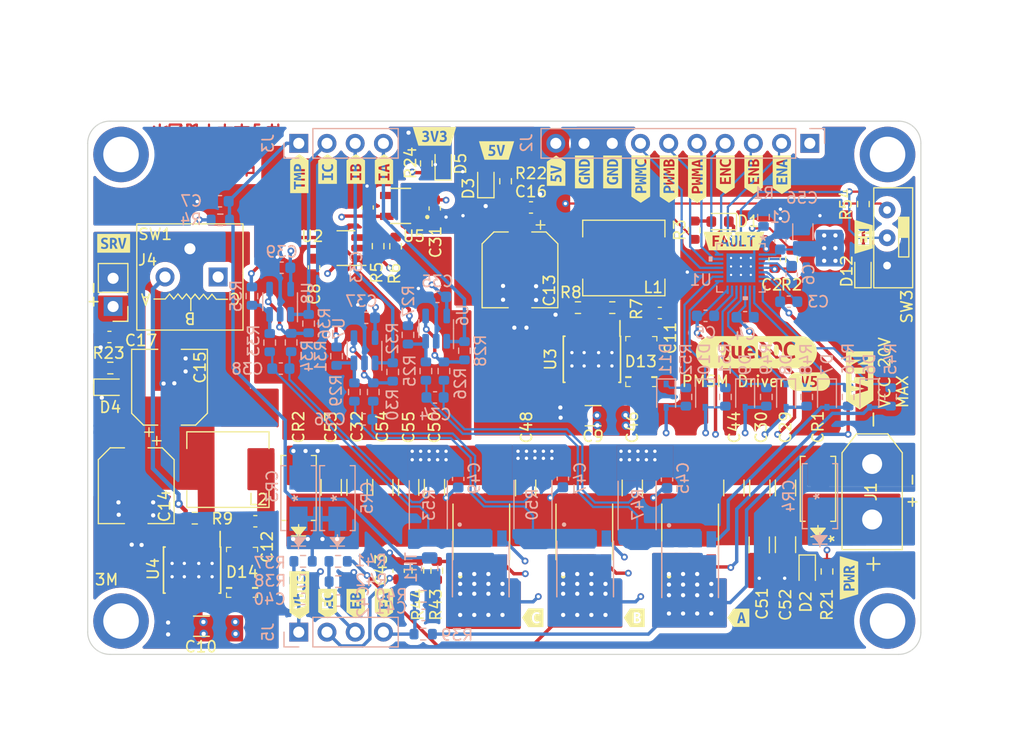
<source format=kicad_pcb>
(kicad_pcb (version 20211014) (generator pcbnew)
  (layers (0 "F.Cu" signal) (1 "In1.Cu" signal "PWR.Cu") (2 "In2.Cu" signal "GND.Cu") (31 "B.Cu" signal) (34 "B.Paste" user) (35 "F.Paste" user) (36 "B.SilkS" user "B.Silkscreen") (37 "F.SilkS" user "F.Silkscreen") (38 "B.Mask" user) (39 "F.Mask" user) (44 "Edge.Cuts" user))
  (net 0 "")
  (net 1 "GND")
  (net 2 "VCC")
  (net 3 "/Pre-Driver/VREG")
  (net 4 "Net-(C4-Pad1)")
  (net 5 "Net-(C3-Pad1)")
  (net 6 "Net-(C5-Pad1)")
  (net 7 "/Half Bridges/SHA")
  (net 8 "Net-(C6-Pad1)")
  (net 9 "Net-(C6-Pad2)")
  (net 10 "Net-(C11-Pad1)")
  (net 11 "/Half Bridges/SHB")
  (net 12 "/Half Bridges/SHC")
  (net 13 "/Connector/Temp")
  (net 14 "Net-(C11-Pad2)")
  (net 15 "Net-(C12-Pad1)")
  (net 16 "Net-(C12-Pad2)")
  (net 17 "Net-(R7-Pad2)")
  (net 20 "+3V3")
  (net 21 "/Connector/SERVO_POWER")
  (net 22 "/Connector/EMF_A")
  (net 23 "Net-(D3-Pad2)")
  (net 25 "/Connector/EMF_B")
  (net 26 "Net-(D5-Pad2)")
  (net 27 "/Connector/EMF_C")
  (net 28 "Net-(D6-Pad2)")
  (net 29 "/Connector/Vbus")
  (net 30 "Net-(D7-Pad2)")
  (net 31 "/Half Bridges/GHA")
  (net 32 "Net-(D1-Pad2)")
  (net 33 "/Half Bridges/GLA")
  (net 34 "/Half Bridges/GHB")
  (net 35 "/Half Bridges/GLB")
  (net 36 "/Half Bridges/GHC")
  (net 37 "/Half Bridges/GLC")
  (net 39 "/Connector/PWMA")
  (net 40 "/Connector/PWMB")
  (net 42 "/Half Bridges/Shunt_A_P")
  (net 43 "/Connector/PWMC")
  (net 44 "/Connector/ENA")
  (net 45 "Net-(D9-Pad2)")
  (net 46 "/Connector/ENB")
  (net 47 "Net-(D11-Pad2)")
  (net 49 "/Connector/ENC")
  (net 50 "/Half Bridges/Shunt_A_N")
  (net 51 "/Pre-Driver/NFAULT")
  (net 52 "/Connector/IA")
  (net 53 "/Connector/IB")
  (net 54 "/Connector/IC")
  (net 56 "Net-(R1-Pad2)")
  (net 57 "+5V")
  (net 58 "/Half Bridges/Shunt_B_P")
  (net 59 "/Sensor/1V65")
  (net 60 "Net-(D2-Pad2)")
  (net 61 "Net-(D4-Pad2)")
  (net 62 "/Half Bridges/Shunt_B_N")
  (net 63 "/Half Bridges/Shunt_C_P")
  (net 65 "/Half Bridges/Shunt_C_N")
  (net 66 "Net-(R2-Pad2)")
  (net 67 "Net-(R5-Pad2)")
  (net 68 "Net-(D8-Pad2)")
  (net 69 "Net-(D10-Pad2)")
  (net 70 "Net-(R54-Pad1)")
  (net 71 "Net-(R9-Pad2)")
  (net 72 "Net-(R25-Pad2)")
  (net 73 "Net-(R26-Pad2)")
  (net 74 "Net-(R29-Pad2)")
  (net 75 "Net-(R30-Pad2)")
  (net 76 "Net-(R33-Pad2)")
  (net 77 "Net-(R34-Pad2)")
  (net 78 "/Half Bridges/Half Bridge C/Shunt_P")
  (net 79 "/Half Bridges/Half Bridge A/Shunt_P")
  (net 80 "/Half Bridges/Half Bridge B/Shunt_P")
  (net 81 "Net-(D12-Pad2)")
  (footprint "Capacitor_SMD:C_0603_1608Metric" (layer "F.Cu") (at 131.0008 80.772 180)
    (fp_text reference "C11")
    (fp_text value "10nF")
  )
  (footprint "kibuzzard-63D3E0EA" (layer "F.Cu") (at 98.552 106.172 90)
    (fp_text reference "kibuzzard-63D3E0EA" hide)
    (fp_text value "G***" hide)
  )
  (footprint "Resistor_SMD:R_0603_1608Metric" (layer "F.Cu") (at 117.119402 68.9101 90)
    (fp_text reference "R22")
    (fp_text value "1K" hide)
  )
  (footprint "LED_SMD:LED_0603_1608Metric" (layer "F.Cu") (at 111.506 67.31 90)
    (fp_text reference "D5")
    (fp_text value "LED" hide)
  )
  (footprint "Capacitor_SMD:C_1206_3216Metric" (layer "F.Cu") (at 139.954 101.649 -90)
    (fp_text reference "C51")
    (fp_text value "100uF")
  )
  (footprint "Resistor_SMD:R_0603_1608Metric" (layer "F.Cu") (at 110.9218 103.9622 -90)
    (fp_text reference "R43")
    (fp_text value "28K")
  )
  (footprint "kibuzzard-63D3CD15" (layer "F.Cu") (at 121.666 67.958141 90)
    (fp_text reference "kibuzzard-63D3CD15" hide)
    (fp_text value "G***" hide)
  )
  (footprint "Connector_PinHeader_2.54mm:PinHeader_1x02_P2.54mm_Vertical" (layer "F.Cu") (at 81.788 80.1878 180)
    (fp_text reference "J4")
    (fp_text value "Conn_01x02")
  )
  (footprint "digikey-footprints:DO-214AC" (layer "F.Cu") (at 129.3368 85.1408 90)
    (fp_text reference "D13")
    (fp_text value "B340A-13-F")
  )
  (footprint "Capacitor_SMD:C_1206_3216Metric" (layer "F.Cu") (at 128.524 96.52 90)
    (fp_text reference "C46")
    (fp_text value "2.2uF")
  )
  (footprint "kibuzzard-63D3E0C4" (layer "F.Cu") (at 101.092 106.934 90)
    (fp_text reference "kibuzzard-63D3E0C4" hide)
    (fp_text value "G***" hide)
  )
  (footprint "LED_SMD:LED_0603_1608Metric" (layer "F.Cu") (at 144.272 104.0385 -90)
    (fp_text reference "D2")
    (fp_text value "LED" hide)
  )
  (footprint "Resistor_SMD:R_0603_1608Metric" (layer "F.Cu") (at 109.982 67.31 90)
    (fp_text reference "R24")
    (fp_text value "1K" hide)
  )
  (footprint "Package_SO:TI_SO-PowerPAD-8_ThermalVias" (layer "F.Cu") (at 88.9 103.9114 -90)
    (fp_text reference "U4")
    (fp_text value "TPS5430DDA")
  )
  (footprint "Capacitor_SMD:C_1206_3216Metric" (layer "F.Cu") (at 137.668 96.52 90)
    (fp_text reference "C44")
    (fp_text value "2.2uF")
  )
  (footprint "kibuzzard-63D3CD34" (layer "F.Cu") (at 126.746 68.072 90)
    (fp_text reference "kibuzzard-63D3CD34" hide)
    (fp_text value "G***" hide)
  )
  (footprint "Capacitor_SMD:C_0603_1608Metric" (layer "F.Cu") (at 94.5896 99.5182 180)
    (fp_text reference "C12")
    (fp_text value "10nF")
  )
  (footprint "Inductor_SMD:L_Abracon_ASPI-0630LR" (layer "F.Cu") (at 92.1258 94.869 180)
    (fp_text reference "L2")
    (fp_text value "18uH")
  )
  (footprint "LED_SMD:LED_0603_1608Metric" (layer "F.Cu") (at 149.2866 77.0128 90)
    (fp_text reference "D12")
    (fp_text value "LED")
  )
  (footprint "kibuzzard-647D9E8E" (layer "F.Cu") (at 149.352 73.914 90)
    (fp_text reference "kibuzzard-647D9E8E" hide)
    (fp_text value "G***" hide)
  )
  (footprint "Capacitor_SMD:C_1206_3216Metric" (layer "F.Cu") (at 110.7186 96.471 90)
    (fp_text reference "C50")
    (fp_text value "100uF")
  )
  (footprint "kibuzzard-63D3CE37" (layer "F.Cu") (at 141.986 68.331732 90)
    (fp_text reference "kibuzzard-63D3CE37" hide)
    (fp_text value "G***" hide)
  )
  (footprint "LED_SMD:LED_0603_1608Metric" (layer "F.Cu") (at 136.4234 72.5424 180)
    (fp_text reference "D1")
    (fp_text value "LED" hide)
  )
  (footprint "Resistor_SMD:R_0603_1608Metric" (layer "F.Cu") (at 146.05 104.0385 -90)
    (fp_text reference "R21")
    (fp_text value "10K" hide)
  )
  (footprint "kibuzzard-63D3E048" (layer "F.Cu") (at 98.552 68.224665 90)
    (fp_text reference "kibuzzard-63D3E048" hide)
    (fp_text value "G***" hide)
  )
  (footprint "kibuzzard-63D5EF91" (layer "F.Cu") (at 137.668 74.295)
    (fp_text reference "kibuzzard-63D5EF91" hide)
    (fp_text value "G***" hide)
  )
  (footprint "kibuzzard-63D55E0C" (layer "F.Cu") (at 148.9964 86.8426 90)
    (fp_text reference "kibuzzard-63D55E0C" hide)
    (fp_text value "G***" hide)
  )
  (footprint "kibuzzard-63D5EF76" (layer "F.Cu") (at 116.3066 66.1415)
    (fp_text reference "kibuzzard-63D5EF76" hide)
    (fp_text value "G***" hide)
  )
  (footprint "Capacitor_SMD:C_1206_3216Metric" (layer "F.Cu") (at 108.3945 96.471 90)
    (fp_text reference "C55")
    (fp_text value "100uF")
  )
  (footprint "Resistor_SMD:R_0603_1608Metric" (layer "F.Cu") (at 89.1418 99.2378 180)
    (fp_text reference "R9")
    (fp_text value "10k")
  )
  (footprint "kibuzzard-6429402D" (layer "F.Cu") (at 128.7018 108.204)
    (fp_text reference "kibuzzard-6429402D" hide)
    (fp_text value "G***" hide)
  )
  (footprint "Resistor_SMD:R_0603_1608Metric" (layer "F.Cu") (at 123.635 80.2894 180)
    (fp_text reference "R8")
    (fp_text value "3.24k")
  )
  (footprint "Capacitor_SMD:C_1206_3216Metric" (layer "F.Cu") (at 124.9934 90.0176 180)
    (fp_text reference "C9")
    (fp_text value "10uF")
  )
  (footprint "LED_SMD:LED_0603_1608Metric" (layer "F.Cu") (at 81.5406 87.4522)
    (fp_text reference "D4")
    (fp_text value "LED" hide)
  )
  (footprint "Capacitor_SMD:C_1206_3216Metric" (layer "F.Cu") (at 89.7364 108.966 180)
    (fp_text reference "C10")
    (fp_text value "10uF")
  )
  (footprint "Resistor_SMD:R_0603_1608Metric" (layer "F.Cu") (at 134.112 73.3166 90)
    (fp_text reference "R3")
    (fp_text value "1K")
  )
  (footprint "digikey-footprints:DO-214AC" (layer "F.Cu") (at 93.3958 104.1156 90)
    (fp_text reference "D14")
    (fp_text value "B340A-13-F")
  )
  (footprint "Capacitor_SMD:C_1206_3216Metric" (layer "F.Cu") (at 103.7463 96.471 90)
    (fp_text reference "C32")
    (fp_text value "100uF")
  )
  (footprint "Capacitor_SMD:C_0603_1608Metric" (layer "F.Cu") (at 110.744 71.361 -90)
    (fp_text reference "C31")
    (fp_text value "10uF" hide)
  )
  (footprint "My_Resisitor:3386P" (layer "F.Cu") (at 93.4834 82.3074 180)
    (fp_text reference "SW1")
    (fp_text value "10K")
  )
  (footprint "Resistor_SMD:R_0603_1608Metric" (layer "F.Cu") (at 126.7206 80.2894 180)
    (fp_text reference "R7")
    (fp_text value "10k")
  )
  (footprint "download-footprints:SMAJ20CA-13-F" (layer "F.Cu") (at 98.4885 96.52 90)
    (fp_text reference "CR2")
    (fp_text value "SMAJ20CA" hide)
  )
  (footprint "Capacitor_SMD:C_0603_1608Metric" (layer "F.Cu") (at 99.8783 76.657 -90)
    (fp_text reference "C8")
    (fp_text value "100nF" hide)
  )
  (footprint "Connector_AMASS:AMASS_XT30UPB-M_1x02_P5.0mm_Vertical" (layer "F.Cu") (at 150.114 94.361 -90)
    (fp_text reference "J1")
    (fp_text value "XT30UPB-M" hide)
  )
  (footprint "kibuzzard-63D3CE27" (layer "F.Cu") (at 139.446 68.318239 90)
    (fp_text reference "kibuzzard-63D3CE27" hide)
    (fp_text value "G***" hide)
  )
  (footprint "kibuzzard-63D3E0D4" (layer "F.Cu") (at 103.632 106.934 90)
    (fp_text reference "kibuzzard-63D3E0D4" hide)
    (fp_text value "G***" hide)
  )
  (footprint "Package_SO:TI_SO-PowerPAD-8_ThermalVias" (layer "F.Cu") (at 124.89 84.9376 -90)
    (fp_text reference "U3")
    (fp_text value "TPS5430DDA")
  )
  (footprint "kibuzzard-64294035" (layer "F.Cu") (at 119.5578 108.204)
    (fp_text reference "kibuzzard-64294035" hide)
    (fp_text value "G***" hide)
  )
  (footprint "Resistor_SMD:R_0603_1608Metric" (layer "F.Cu") (at 107.2189 74.7644 -90)
    (fp_text reference "R6")
    (fp_text value "10K")
  )
  (footprint "kibuzzard-63D3D04D" (layer "F.Cu") (at 106.172 67.818 90)
    (fp_text reference "kibuzzard-63D3D04D" hide)
    (fp_text value "G***" hide)
  )
  (footprint "Capacitor_SMD:C_1206_3216Metric" (layer "F.Cu") (at 142.3162 101.6254 -90)
    (fp_text reference "C52")
    (fp_text value "100uF")
  )
  (footprint "Resistor_SMD:R_0603_1608Metric" (layer "F.Cu") (at 109.22 103.949 90)
    (fp_text reference "R44")
    (fp_text value "2K")
  )
  (footprint "Capacitor_SMD:C_1206_3216Metric" (layer "F.Cu") (at 106.0704 96.471 90)
    (fp_text reference "C54")
    (fp_text value "100uF")
  )
  (footprint "kibuzzard-63D3CDFA" (layer "F.Cu") (at 134.366 68.737603 90)
    (fp_text reference "kibuzzard-63D3CDFA" hide)
    (fp_text value "G***" hide)
  )
  (footprint "kibuzzard-63D3E0B9" (layer "F.Cu") (at 106.172 106.934 90)
    (fp_text reference "kibuzzard-63D3E0B9" hide)
    (fp_text value "G***" hide)
  )
  (footprint "My_hole:M3_hole" (layer "F.Cu") (at 82.502 66.5)
    (fp_text reference "H1" hide)
    (fp_text value "MountingHole" hide)
  )
  (footprint "Resistor_SMD:R_0603_1608Metric" (layer "F.Cu") (at 81.540701 85.725)
    (fp_text reference "R23")
    (fp_text value "1K" hide)
  )
  (footprint "kibuzzard-64A38ED6" (layer "F.Cu") (at 81.8388 74.4982)
    (fp_text reference "kibuzzard-64A38ED6" hide)
    (fp_text value "G***" hide)
  )
  (footprint "Capacitor_SMD:C_0603_1608Metric" (layer "F.Cu") (at 119.4054 71.2724)
    (fp_text reference "C16")
    (fp_text value "100nF")
  )
  (footprint "My_Buttons:SW_SPDT_MSK-12D19" (layer "F.Cu") (at 151.4602 74.001 -90)
    (fp_text reference "SW3")
    (fp_text value "SW_SPDT")
  )
  (footprint "Capacitor_SMD:C_1206_3216Metric" (layer "F.Cu") (at 118.9228 96.52 90)
    (fp_text reference "C48")
    (fp_text value "2.2uF")
  )
  (footprint "Capacitor_SMD:C_0603_1608Metric" (layer "F.Cu") (at 141.3383 75.933 90)
    (fp_text reference "C2")
    (fp_text value "10uf" hide)
  )
  (footprint "Resistor_SMD:R_0603_1608Metric" (layer "F.Cu") (at 142.8623 75.946 90)
    (fp_text reference "R2")
    (fp_text value "100K" hide)
  )
  (footprint "download-footprints:SOT94P279X129-5N" (layer "F.Cu") (at 107.6702 71.1324 180)
    (fp_text reference "U5")
    (fp_text value "RT9013-33GB" hide)
  )
  (footprint "kibuzzard-63D3D081" (layer "F.Cu") (at 103.632 67.804506 90)
    (fp_text reference "kibuzzard-63D3D081" hide)
    (fp_text value "G***" hide)
  )
  (footprint "kibuzzard-63D3CD34" (layer "F.Cu") (at 124.206 68.072 90)
    (fp_text reference "kibuzzard-63D3CD34" hide)
    (fp_text value "G***" hide)
  )
  (footprint "Capacitor_SMD:CP_Elec_6.3x7.7" (layer "F.Cu") (at 118.4148 76.8858 -90)
    (fp_text reference "C13")
    (fp_text value "220uF")
  )
  (footprint "download-footprints:TRANS_TPHR8504PL,L1Q" (layer "F.Cu") (at 133.731 100.4736 90)
    (fp_text reference "Q1" hide)
    (fp_text value "TPH1R403NL" hide)
  )
  (footprint "kibuzzard-63D3CDAA" (layer "F.Cu") (at 129.286 68.725432 90)
    (fp_text reference "kibuzzard-63D3CDAA" hide)
    (fp_text value "G***" hide)
  )
  (footprint "Capacitor_SMD:C_0603_1608Metric" (layer "F.Cu") (at 104.6988 71.2724 90)
    (fp_text reference "C33")
    (fp_text value "10uF" hide)
  )
  (footprint "download-footprints:SMAJ20CA-13-F" (layer "F.Cu") (at 145.2372 96.5992 90)
    (fp_text reference "CR1")
    (fp_text value "SMAJ20CA" hide)
  )
  (footprint "My_hole:M3_hole" (layer "F.Cu") (at 151.502 66.5)
    (fp_text reference "H3" hide)
    (fp_text value "MountingHole" hide)
  )
  (footprint "kibuzzard-64A389E8" (layer "F.Cu") (at 144.4244 86.9442)
    (fp_text reference "kibuzzard-64A389E8" hide)
    (fp_text value "G***" hide)
  )
  (footprint "Capacitor_SMD:CP_Elec_6.3x7.7" (layer "F.Cu") (at 86.868 87.4522 90)
    (fp_text reference "C15")
    (fp_text value "220uF")
  )
  (footprint "Capacitor_SMD:C_1206_3216Metric" (layer "F.Cu") (at 142.3162 96.52 90)
    (fp_text reference "C29")
    (fp_text value "100uF")
  )
  (footprint "kibuzzard-63D3CE0B" (layer "F.Cu") (at 136.906 68.321414 90)
    (fp_text reference "kibuzzard-63D3CE0B" hide)
    (fp_text value "G***" hide)
  )
  (footprint "LED_SMD:LED_0603_1608Metric" (layer "F.Cu") (at 115.3414 68.9101 90)
    (fp_text reference "D3")
    (fp_text value "LED" hide)
  )
  (footprint "Resistor_SMD:R_0603_1608Metric" (layer "F.Cu") (at 149.3266 70.9676 -90)
    (fp_text reference "R54")
    (fp_text value "1K")
  )
  (footprint "My_hole:M3_hole" (layer "F.Cu") (at 82.502 108.5)
    (fp_text reference "H2" hide)
    (fp_text value "MountingHole" hide)
  )
  (footprint "My_hole:M3_hole" (layer "F.Cu") (at 151.502 108.5)
    (fp_text reference "H4" hide)
    (fp_text value "MountingHole" hide)
  )
  (footprint "Capacitor_SMD:C_0603_1608Metric" (layer "F.Cu") (at 81.4578 82.931 180)
    (fp_text reference "C17")
    (fp_text value "100nF")
  )
  (footprint "kibuzzard-63D5EFDA" (layer "F.Cu") (at 110.7186 64.8716)
    (fp_text reference "kibuzzard-63D5EFDA" hide)
    (fp_text value "G***" hide)
  )
  (footprint "Capacitor_SMD:C_0603_1608Metric" (layer "F.Cu") (at 107.4928 103.9752 90)
    (fp_text reference "C43")
    (fp_text value "100nF")
  )
  (footprint "kibuzzard-64294006" (layer "F.Cu") (at 138.0744 108.204)
    (fp_text reference "kibuzzard-64294006" hide)
    (fp_text value "G***" hide)
  )
  (footprint "Package_TO_SOT_SMD:SOT-23-5" (layer "F.Cu") (at 102.7485 74.93 180)
    (fp_text reference "U2")
    (fp_text value "GS8551" hide)
  )
  (footprint "download-footprints:TRANS_TPHR8504PL,L1Q" (layer "F.Cu") (at 124.206 100.4736 90)
    (fp_text reference "Q3" hide)
    (fp_text value "TPH1R403NL" hide)
  )
  (footprint "kibuzzard-63D56192" (layer "F.Cu") (at 139.7 84.3026)
    (fp_text reference "kibuzzard-63D56192" hide)
    (fp_text value "G***" hide)
  )
  (footprint "kibuzzard-63D5EF55" (layer "F.Cu") (at 148.0312 104.6226 90)
    (fp_text reference "kibuzzard-63D5EF55" hide)
    (fp_text value "G***" hide)
  )
  (footprint "kibuzzard-63D3CDE8" (layer "F.Cu") (at 131.826 68.722257 90)
    (fp_text reference "kibuzzard-63D3CDE8" hide)
    (fp_text value "G***" hide)
  )
  (footprint "Inductor_SMD:L_Abracon_ASPI-0630LR" (layer "F.Cu") (at 127.762 75.819 180)
    (fp_text reference "L1")
    (fp_text value "18uH")
  )
  (footprint "Capacitor_SMD:C_1206_3216Metric" (layer "F.Cu") (at 140.0048 96.52 90)
    (fp_text reference "C30")
    (fp_text value "100uF")
  )
  (footprint "kibuzzard-63D3D099" (layer "F.Cu") (at 101.092 67.807681 90)
    (fp_text reference "kibuzzard-63D3D099" hide)
    (fp_text value "G***" hide)
  )
  (footprint "Capacitor_SMD:C_1206_3216Metric" (layer "F.Cu") (at 101.4222 96.471 90)
    (fp_text reference "C53")
    (fp_text value "100uF")
  )
  (footprint "download-footprints:TRANS_TPHR8504PL,L1Q" (layer "F.Cu") (at 114.935 100.4736 90)
    (fp_text reference "Q5" hide)
    (fp_text value "TPH1R403NL" hide)
  )
  (footprint "Capacitor_SMD:CP_Elec_6.3x7.7" (layer "F.Cu") (at 83.8708 96.3178 -90)
    (fp_text reference "C14")
    (fp_text value "220uF")
  )
  (footprint "Resistor_SMD:R_0603_1608Metric" (layer "F.Cu") (at 105.6441 74.7522 90)
    (fp_text reference "R5")
    (fp_text value "10K")
  )
  (footprint "download-footprints:TRANS_TPHR8504PL,L1Q" (layer "B.Cu") (at 124.2822 103.8166 -90)
    (fp_text reference "Q4" hide)
    (fp_text value "TPH1R403NL")
  )
  (footprint "Resistor_SMD:R_0805_2012Metric" (layer "B.Cu") (at 110.2868 103.7317 90)
    (fp_text reference "TH1")
    (fp_text value "10K")
  )
  (footprint "Resistor_SMD:R_0603_1608Metric" (layer "B.Cu") (at 144.2203 88.328 -90)
    (fp_text reference "R48")
    (fp_text value "33R" hide)
  )
  (footprint "Capacitor_SMD:C_0603_1608Metric" (layer "B.Cu") (at 109.728 107.95)
    (fp_text reference "C41")
    (fp_text value "100nF")
  )
  (footprint "Resistor_SMD:R_0603_1608Metric" (layer "B.Cu") (at 133.35 88.328 -90)
    (fp_text reference "R52")
    (fp_text value "33R" hide)
  )
  (footprint "Capacitor_SMD:C_0603_1608Metric" (layer "B.Cu") (at 96.9648 76.6958 180)
    (fp_text reference "C39")
    (fp_text value "100nF")
  )
  (footprint "Diode_SMD:D_SOD-323" (layer "B.Cu") (at 142.367 88.208 -90)
    (fp_text reference "D8")
    (fp_text value "1N4148WS" hide)
  )
  (footprint "Resistor_SMD:R_0603_1608Metric" (layer "B.Cu") (at 147.955 88.328 -90)
    (fp_text reference "R46")
    (fp_text value "33R" hide)
  )
  (footprint "Capacitor_SMD:C_0603_1608Metric" (layer "B.Cu") (at 96.888 85.7758)
    (fp_text reference "C38")
    (fp_text value "1nF")
  )
  (footprint "Capacitor_SMD:C_0603_1608Metric" (layer "B.Cu") (at 142.608 79.756 180)
    (fp_text reference "C3")
    (fp_text value "470nF" hide)
  )
  (footprint "Connector_PinSocket_2.54mm:PinSocket_1x04_P2.54mm_Vertical" (layer "B.Cu") (at 98.502 65.5 -90)
    (fp_text reference "J3")
    (fp_text value "Conn_01x04")
  )
  (footprint "Package_TO_SOT_SMD:SOT-23-5" (layer "B.Cu") (at 104.4194 84.1248 90)
    (fp_text reference "U7")
    (fp_text value "GS8551")
  )
  (footprint "Diode_SMD:D_SOD-323" (layer "B.Cu") (at 138.684 88.208 -90)
    (fp_text reference "D9")
    (fp_text value "1N4148WS" hide)
  )
  (footprint "Diode_SMD:D_SOD-323" (layer "B.Cu") (at 149.871 88.208 -90)
    (fp_text reference "D6")
    (fp_text value "1N4148WS" hide)
  )
  (footprint "Capacitor_SMD:C_0603_1608Metric" (layer "B.Cu") (at 98.901856 106.5022)
    (fp_text reference "C40")
    (fp_text value "100nF")
  )
  (footprint "Resistor_SMD:R_0603_1608Metric" (layer "B.Cu") (at 94.2848 79.248 -90)
    (fp_text reference "R35")
    (fp_text value "30K")
  )
  (footprint "Capacitor_SMD:C_0603_1608Metric" (layer "B.Cu") (at 142.875 77.3052 90)
    (fp_text reference "C6")
    (fp_text value "470nF" hide)
  )
  (footprint "Resistor_SMD:R_0603_1608Metric" (layer "B.Cu") (at 105.2068 87.884 90)
    (fp_text reference "R30")
    (fp_text value "1K")
  )
  (footprint "My_Net_tie:NetTie-8mil-track2" (layer "B.Cu") (at 128.9558 99.4918 -90)
    (fp_text reference "NT1" hide)
    (fp_text value "NetTie_2" hide)
  )
  (footprint "Capacitor_SMD:C_0603_1608Metric" (layer "B.Cu") (at 131.6482 95.758 90)
    (fp_text reference "C45")
    (fp_text value "10nF")
  )
  (footprint "Resistor_SMD:R_0603_1608Metric" (layer "B.Cu") (at 102.045 103.124 180)
    (fp_text reference "R41")
    (fp_text value "28K")
  )
  (footprint "Capacitor_SMD:C_0603_1608Metric" (layer "B.Cu") (at 135.115 81.026 180)
    (fp_text reference "C5")
    (fp_text value "470nF" hide)
  )
  (footprint "Resistor_SMD:R_0603_1608Metric" (layer "B.Cu") (at 101.9048 84.6582 -90)
    (fp_text reference "R31")
    (fp_text value "30K")
  )
  (footprint "download-footprints:TRANS_TPHR8504PL,L1Q" (layer "B.Cu") (at 114.8842 103.8186 -90)
    (fp_text reference "Q6" hide)
    (fp_text value "TPH1R403NL")
  )
  (footprint "Package_TO_SOT_SMD:SOT-23-5" (layer "B.Cu") (at 96.8248 79.756 90)
    (fp_text reference "U8")
    (fp_text value "GS8551")
  )
  (footprint "Resistor_SMD:R_0603_1608Metric" (layer "B.Cu") (at 140.335 72.136 -90)
    (fp_text reference "R1")
    (fp_text value "200K" hide)
  )
  (footprint "My_Net_tie:NetTie-8mil-track2" (layer "B.Cu") (at 110.1598 99.4664 -90)
    (fp_text reference "NT5" hide)
    (fp_text value "NetTie_2" hide)
  )
  (footprint "Resistor_SMD:R_0603_1608Metric" (layer "B.Cu") (at 91.44 72.39)
    (fp_text reference "R4")
    (fp_text value "10K")
  )
  (footprint "Resistor_SMD:R_0603_1608Metric" (layer "B.Cu") (at 103.505 87.884 90)
    (fp_text reference "R29")
    (fp_text value "1K" hide)
  )
  (footprint "Connector_PinSocket_2.54mm:PinSocket_1x04_P2.54mm_Vertical" (layer "B.Cu") (at 98.502 109.5 -90)
    (fp_text reference "J5")
    (fp_text value "Conn_01x04")
  )
  (footprint "Resistor_SMD:R_0603_1608Metric" (layer "B.Cu") (at 113.4164 84.1679 90)
    (fp_text reference "R28")
    (fp_text value "30K")
  )
  (footprint "Capacitor_SMD:C_0603_1608Metric" (layer "B.Cu") (at 122.2756 95.6818 90)
    (fp_text reference "C47")
    (fp_text value "10nF")
  )
  (footprint "Connector_PinSocket_2.54mm:PinSocket_1x10_P2.54mm_Vertical" (layer "B.Cu") (at 144.502 65.5 90)
    (fp_text reference "J2")
    (fp_text value "Conn_01x10" hide)
  )
  (footprint "Resistor_SMD:R_2512_6332Metric" (layer "B.Cu") (at 110.1598 98.046 90)
    (fp_text reference "R53")
    (fp_text value "1mR 3W" hide)
  )
  (footprint "download-footprints:SMAJ20CA-13-F" (layer "B.Cu") (at 98.4758 97.4344 90)
    (fp_text reference "CR3")
    (fp_text value "SMAJ20CA" hide)
  )
  (footprint "Diode_SMD:D_SOD-323" (layer "B.Cu") (at 131.572 88.208 -90)
    (fp_text reference "D11")
    (fp_text value "1N4148WS" hide)
  )
  (footprint "My_Net_tie:NetTie-8mil-track2" (layer "B.Cu") (at 128.9558 96.5708 90)
    (fp_text reference "NT2" hide)
    (fp_text value "NetTie_2" hide)
  )
  (footprint "Resistor_SMD:R_0603_1608Metric" (layer "B.Cu") (at 140.589 88.328 -90)
    (fp_text reference "R49")
    (fp_text value "33R" hide)
  )
  (footprint "My_Net_tie:NetTie-8mil-track2" (layer "B.Cu") (at 119.5832 96.4692 90)
    (fp_text reference "NT4" hide)
    (fp_text value "NetTie_2" hide)
  )
  (footprint "Resistor_SMD:R_0603_1608Metric" (layer "B.Cu") (at 109.7026 109.6772 180)
    (fp_text reference "R39")
    (fp_text value "28K")
  )
  (footprint "Capacitor_SMD:C_0603_1608Metric" (layer "B.Cu") (at 104.3562 90.3478)
    (fp_text reference "C36")
    (fp_text value "1nF")
  )
  (footprint "Diode_SMD:D_SOD-323" (layer "B.Cu") (at 135.0781 88.208 -90)
    (fp_text reference "D10")
    (fp_text value "1N4148WS" hide)
  )
  (footprint "Resistor_SMD:R_0603_1608Metric" (layer "B.Cu") (at 98.889656 103.124 180)
    (fp_text reference "R37")
    (fp_text value "28K")
  )
  (footprint "download-footprints:SMAJ20CA-13-F" (layer "B.Cu") (at 101.981 97.4344 90)
    (fp_text reference "CR5")
    (fp_text value "SMAJ20CA" hide)
  )
  (footprint "Resistor_SMD:R_0603_1608Metric" (layer "B.Cu") (at 111.5698 85.9977 90)
    (fp_text reference "R26")
    (fp_text value "1K")
  )
  (footprint "Resistor_SMD:R_2512_6332Metric" (layer "B.Cu") (at 119.5832 98.0186 90)
    (fp_text reference "R50")
    (fp_text value "1mR 3W" hide)
  )
  (footprint "Capacitor_SMD:C_0603_1608Metric" (layer "B.Cu") (at 102.0704 106.6546)
    (fp_text reference "C42")
    (fp_text value "100nF")
  )
  (footprint "Resistor_SMD:R_0603_1608Metric" (layer "B.Cu") (at 109.7412 106.2736)
    (fp_text reference "R40")
    (fp_text value "2K")
  )
  (footprint "Resistor_SMD:R_0603_1608Metric" (layer "B.Cu") (at 99.3902 81.724 90)
    (fp_text reference "R36")
    (fp_text value "30K")
  )
  (footprint "Resistor_SMD:R_0603_1608Metric" (layer "B.Cu") (at 106.9594 86.0806 90)
    (fp_text reference "R32")
    (fp_text value "30K")
  )
  (footprint "Resistor_SMD:R_0603_1608Metric" (layer "B.Cu") (at 109.9442 85.9977 90)
    (fp_text reference "R25")
    (fp_text value "1K")
  )
  (footprint "Capacitor_SMD:C_0603_1608Metric" (layer "B.Cu") (at 112.8522 95.7072 90)
    (fp_text reference "C49")
    (fp_text value "10nF")
  )
  (footprint "Resistor_SMD:R_0603_1608Metric" (layer "B.Cu") (at 95.885 83.439 90)
    (fp_text reference "R33")
    (fp_text value "1K")
  )
  (footprint "Capacitor_SMD:C_0603_1608Metric" (layer "B.Cu") (at 138.684 81.153 180)
    (fp_text reference "C4")
    (fp_text value "470nF" hide)
  )
  (footprint "My_Net_tie:NetTie-8mil-track2" (layer "B.Cu") (at 110.1598 96.52 90)
    (fp_text reference "NT6" hide)
    (fp_text value "NetTie_2" hide)
  )
  (footprint "Capacitor_SMD:C_0603_1608Metric" (layer "B.Cu") (at 91.4146 70.7136 180)
    (fp_text reference "C7")
    (fp_text value "100nF")
  )
  (footprint "My_Net_tie:NetTie-8mil-track2" (layer "B.Cu") (at 119.5832 99.4918 -90)
    (fp_text reference "NT3" hide)
    (fp_text value "NetTie_2")
  )
  (footprint "download-footprints:MP6530GR-Z" (layer "B.Cu") (at 138.303 76.708 180)
    (fp_text reference "U1")
    (fp_text value "MP6530GR-Z" hide)
  )
  (footprint "Capacitor_SMD:C_0603_1608Metric" (layer "B.Cu") (at 110.7694 88.3721)
    (fp_text reference "C34")
    (fp_text value "1nF")
  )
  (footprint "Resistor_SMD:R_0603_1608Metric" (layer "B.Cu") (at 102.0582 104.9528)
    (fp_text reference "R42")
    (fp_text value "2K")
  )
  (footprint "Package_TO_SOT_SMD:SOT-23-5" (layer "B.Cu") (at 110.871 82.1745 90)
    (fp_text reference "U6")
    (fp_text value "GS8551")
  )
  (footprint "Capacitor_SMD:C_0603_1608Metric" (layer "B.Cu") (at 141.8463 74.282 -90)
    (fp_text reference "C1")
    (fp_text value "100nF" hide)
  )
  (footprint "download-footprints:SMAJ20CA-13-F" (layer "B.Cu") (at 145.415 97.2566 90)
    (fp_text reference "CR4")
    (fp_text value "SMAJ20CA" hide)
  )
  (footprint "Diode_SMD:D_SOD-323" (layer "B.Cu") (at 146.05 88.208 -90)
    (fp_text reference "D7")
    (fp_text value "1N4148WS" hide)
  )
  (footprint "Capacitor_SMD:C_1206_3216Metric" (layer "B.Cu") (at 143.8783 73.455 90)
    (fp_text reference "C56")
    (fp_text value "100uF")
  )
  (footprint "Resistor_SMD:R_0603_1608Metric" (layer "B.Cu") (at 136.906 88.328 -90)
    (fp_text reference "R51")
    (fp_text value "33R" hide)
  )
  (footprint "Resistor_SMD:R_2512_6332Metric" (layer "B.Cu") (at 128.9558 98.0948 90)
    (fp_text reference "R47")
    (fp_text value "1mR 3W" hide)
  )
  (footprint "Capacitor_SMD:C_0603_1608Metric" (layer "B.Cu") (at 104.5848 81.2038 180)
    (fp_text reference "C37")
    (fp_text value "100nF")
  )
  (footprint "Resistor_SMD:R_0603_1608Metric" (layer "B.Cu") (at 108.331 82.741 -90)
    (fp_text reference "R27")
    (fp_text value "30K")
  )
  (footprint "download-footprints:TRANS_TPHR8504PL,L1Q" (layer "B.Cu") (at 133.731 103.886 -90)
    (fp_text reference "Q2" hide)
    (fp_text value "TPH1R403NL" hide)
  )
  (footprint "Resistor_SMD:R_0603_1608Metric" (layer "B.Cu") (at 151.776 88.328 -90)
    (fp_text reference "R45")
    (fp_text value "33R" hide)
  )
  (footprint "Capacitor_SMD:C_0603_1608Metric" (layer "B.Cu") (at 110.985 79.3175 180)
    (fp_text reference "C35")
    (fp_text value "100nF")
  )
  (footprint "Resistor_SMD:R_0603_1608Metric" (layer "B.Cu") (at 98.864256 104.8512)
    (fp_text reference "R38")
    (fp_text value "2K")
  )
  (footprint "Resistor_SMD:R_0603_1608Metric" (layer "B.Cu") (at 97.8154 83.4258 90)
    (fp_text reference "R34")
    (fp_text value "1K")
  )
  (gr_arc (start 81.502 111.5) (mid 80.087786 110.914214) (end 79.502 109.5) (layer "Edge.Cuts") (width 0.1))
  (gr_line (start 154.502 65.5) (end 154.502 109.5) (layer "Edge.Cuts") (width 0.1))
  (gr_line (start 81.502 63.5) (end 152.502 63.5) (layer "Edge.Cuts") (width 0.1))
  (gr_arc (start 154.502 109.5) (mid 153.916214 110.914214) (end 152.502 111.5) (layer "Edge.Cuts") (width 0.1))
  (gr_line (start 152.502 111.5) (end 81.502 111.5) (layer "Edge.Cuts") (width 0.1))
  (gr_arc (start 79.502 65.5) (mid 80.087786 64.085786) (end 81.502 63.5) (layer "Edge.Cuts") (width 0.1))
  (gr_line (start 79.502 109.5) (end 79.502 65.5) (layer "Edge.Cuts") (width 0.1))
  (gr_arc (start 152.502 63.5) (mid 153.916214 64.085786) (end 154.502 65.5) (layer "Edge.Cuts") (width 0.1))
  (gr_text "中国石油大学\n(华东) 2023" (at 90.0938 66.9036 180) (layer "F.Cu") (effects (font (size 1 1) (thickness 0.2))))
  (gr_text "禅与单车平衡艺术" (at 91.1352 64.262 180) (layer "F.Cu") (effects (font (size 1 1) (thickness 0.2))))
  (gr_text "-+" (at 80.1116 80.4672 270) (layer "F.SilkS") (effects (font (size 1 1)) (justify right)))
  (gr_text "VCC 20V\nMAX" (at 152.0444 89.4334 90) (layer "F.SilkS") (effects (font (size 1 1)) (justify left)))
  (gr_text "+ -" (at 153.67 96.774 90) (layer "F.SilkS") (effects (font (size 1 1))))
  (gr_text "3M" (at 81.2038 104.775) (layer "F.SilkS") (effects (font (size 1 1))))
  (gr_text "PMSM Driver" (at 137.6426 86.9188) (layer "F.SilkS") (effects (font (size 1 1))))
  (segment (start 88.2614 106.615) (end 88.265 106.6114) (width 0.381) (layer "F.Cu") (net 1))
  (segment (start 108.9152 71.1324) (end 108.591451 71.1324) (width 0.3048) (layer "F.Cu") (net 1))
  (segment (start 104.6988 69.3928) (end 104.648 69.342) (width 0.3048) (layer "F.Cu") (net 1))
  (segment (start 120.1804 70.1164) (end 120.2182 70.0786) (width 0.381) (layer "F.Cu") (net 1))
  (segment (start 108.477051 72.898) (end 109.982 72.898) (width 0.3048) (layer "F.Cu") (net 1))
  (segment (start 109.982 72.898) (end 110.744 72.136) (width 0.3048) (layer "F.Cu") (net 1))
  (segment (start 140.746502 75.158) (end 141.3383 75.158) (width 0.2032) (layer "F.Cu") (net 1))
  (segment (start 80.7531 87.401602) (end 80.7531 87.452201) (width 0.2032) (layer "F.Cu") (net 1))
  (segment (start 109.22 103.124) (end 107.569 103.124) (width 0.3048) (layer "F.Cu") (net 1))
  (segment (start 111.76 72.136) (end 110.744 72.136) (width 0.3048) (layer "F.Cu") (net 1))
  (segment (start 80.6828 83.8584) (end 80.6704 83.8708) (width 0.381) (layer "F.Cu") (net 1))
  (segment (start 106.5527 74.9232) (end 103.8928 74.9232) (width 0.3048) (layer "F.Cu") (net 1))
  (segment (start 111.4807 68.0975) (end 110.7948 67.4116) (width 0.2032) (layer "F.Cu") (net 1))
  (segment (start 111.506 68.0975) (end 111.4807 68.0975) (width 0.2032) (layer "F.Cu") (net 1))
  (segment (start 107.95 72.370949) (end 108.477051 72.898) (width 0.3048) (layer "F.Cu") (net 1))
  (segment (start 80.6828 82.931) (end 80.6828 83.8584) (width 0.381) (layer "F.Cu") (net 1))
  (segment (start 107.2189 75.5894) (end 106.5527 74.9232) (width 0.3048) (layer "F.Cu") (net 1))
  (segment (start 80.7531 88.3731) (end 80.772 88.392) (width 0.381) (layer "F.Cu") (net 1))
  (segment (start 107.95 71.773851) (end 107.95 72.370949) (width 0.3048) (layer "F.Cu") (net 1))
  (segment (start 140.589 75.000498) (end 140.746502 75.158) (width 0.2032) (layer "F.Cu") (net 1))
  (segment (start 120.1804 71.2724) (end 120.1804 70.1164) (width 0.381) (layer "F.Cu") (net 1))
  (segment (start 80.7531 87.4522) (end 80.7531 88.3731) (width 0.381) (layer "F.Cu") (net 1))
  (segment (start 107.4928 103.1748) (end 106.68 102.362) (width 0.3048) (layer "F.Cu") (net 1))
  (segment (start 103.8928 74.9232) (end 103.886 74.93) (width 0.3048) (layer "F.Cu") (net 1))
  (segment (start 115.3414 69.6976) (end 115.3414 71.132437) (width 0.381) (layer "F.Cu") (net 1))
  (segment (start 115.3414 71.132437) (end 115.326522 71.147315) (width 0.381) (layer "F.Cu") (net 1))
  (segment (start 108.591451 71.1324) (end 107.95 71.773851) (width 0.3048) (layer "F.Cu") (net 1))
  (segment (start 107.569 103.124) (end 107.4928 103.2002) (width 0.3048) (layer "F.Cu") (net 1))
  (segment (start 107.4928 103.2002) (end 107.4928 103.1748) (width 0.3048) (layer "F.Cu") (net 1))
  (segment (start 104.6988 70.4974) (end 104.6988 69.3928) (width 0.3048) (layer "F.Cu") (net 1))
  (segment (start 88.2614 108.966) (end 88.2614 106.615) (width 0.381) (layer "F.Cu") (net 1))
  (via (at 129.794 93.218) (size 0.6096) (drill 0.3048) (layers "F.Cu" "B.Cu") (net 1))
  (via (at 137.414 77.343) (size 0.508) (drill 0.2032) (layers "F.Cu" "B.Cu") (net 1))
  (via (at 111.76 72.136) (size 0.6096) (drill 0.3048) (layers "F.Cu" "B.Cu") (net 1))
  (via (at 141.859 72.263) (size 0.6096) (drill 0.3048) (layers "F.Cu" "B.Cu") (net 1))
  (via (at 122.047 89.281) (size 0.762) (drill 0.381) (layers "F.Cu" "B.Cu") (net 1))
  (via (at 88.3158 84.8614) (size 0.762) (drill 0.381) (layers "F.Cu" "B.Cu") (net 1))
  (via (at 122.0724 90.1954) (size 0.762) (drill 0.381) (layers "F.Cu" "B.Cu") (net 1))
  (via (at 129.794 93.98) (size 0.6096) (drill 0.3048) (layers "F.Cu" "B.Cu") (net 1))
  (via (at 103.8098 80.0354) (size 0.6096) (drill 0.3048) (layers "F.Cu" "B.Cu") (net 1))
  (via (at 118.237 93.218) (size 0.6096) (drill 0.3048) (layers "F.Cu" "B.Cu") (net 1))
  (via (at 87.2998 87.0966) (size 0.762) (drill 0.381) (layers "F.Cu" "B.Cu") (net 1))
  (via (at 104.648 69.342) (size 0.6096) (drill 0.3048) (layers "F.Cu" "B.Cu") (net 1))
  (via (at 118.997643 93.848928) (size 0.6096) (drill 0.3048) (layers "F.Cu" "B.Cu") (net 1))
  (via (at 88.3158 86.0298) (size 0.762) (drill 0.381) (layers "F.Cu" "B.Cu") (net 1))
  (via (at 85.3948 98.9838) (size 0.762) (drill 0.381) (layers "F.Cu" "B.Cu") (net 1))
  (via (at 120.523 93.853) (size 0.6096) (drill 0.3048) (layers "F.Cu" "B.Cu") (net 1))
  (via (at 110.998 93.98) (size 0.6096) (drill 0.3048) (layers "F.Cu" "B.Cu") (net 1))
  (via (at 119.8626 79.6036) (size 0.762) (drill 0.381) (layers "F.Cu" "B.Cu") (net 1))
  (via (at 120.523 93.218) (size 0.6096) (drill 0.3048) (layers "F.Cu" "B.Cu") (net 1))
  (via (at 110.7948 67.4116) (size 0.6096) (drill 0.3048) (layers "F.Cu" "B.Cu") (net 1))
  (via (at 118.999 82.0928) (size 0.762) (drill 0.381) (layers "F.Cu" "B.Cu") (net 1))
  (via (at 108.712 93.98) (size 0.6096) (drill 0.3048) (layers "F.Cu" "B.Cu") (net 1))
  (via (at 121.285 93.853) (size 0.6096) (drill 0.3048) (layers "F.Cu" "B.Cu") (net 1))
  (via (at 138.303 75.819) (size 0.508) (drill 0.2032) (layers "F.Cu" "B.Cu") (net 1))
  (via (at 113.2586 68.0466) (size 0.6096) (drill 0.3048) (layers "F.Cu" "B.Cu") (net 1))
  (via (at 86.741 108.6358) (size 0.762) (drill 0.381) (layers "F.Cu" "B.Cu") (net 1))
  (via (at 106.68 102.362) (size 0.6096) (drill 0.3048) (layers "F.Cu" "B.Cu") (net 1))
  (via (at 140.589 75.000498) (size 0.6096) (drill 0.3048) (layers "F.Cu" "B.Cu") (net 1))
  (via (at 80.6704 83.8708) (size 0.762) (drill 0.381) (layers "F.Cu" "B.Cu") (net 1))
  (via (at 139.192 76.581) (size 0.508) (drill 0.2032) (layers "F.Cu" "B.Cu") (net 1))
  (via (at 100.457 104.0384) (size 0.6096) (drill 0.3048) (layers "F.Cu" "B.Cu") (net 1))
  (via (at 85.3948 97.8154) (size 0.762) (drill 0.381) (layers "F.Cu" "B.Cu") (net 1))
  (via (at 129.032 93.98) (size 0.6096) (drill 0.3048) (layers "F.Cu" "B.Cu") (net 1))
  (via (at 80.772 88.392) (size 0.762) (drill 0.381) (layers "F.Cu" "B.Cu") (net 1))
  (via (at 109.474 93.218) (size 0.6096) (drill 0.3048) (layers "F.Cu" "B.Cu") (net 1))
  (via (at 108.3818 64.5414) (size 0.762) (drill 0.381) (layers "F.Cu" "B.Cu") (net 1))
  (via (at 119.8626 78.359) (size 0.762) (drill 0.381) (layers "F.Cu" "B.Cu") (net 1))
  (via (at 110.998 93.218) (size 0.6096) (drill 0.3048) (layers "F.Cu" "B.Cu") (net 1))
  (via (at 128.27 93.98) (size 0.6096) (drill 0.3048) (layers "F.Cu" "B.Cu") (net 1))
  (via (at 121.285 93.218) (size 0.6096) (drill 0.3048) (layers "F.Cu" "B.Cu") (net 1))
  (via (at 86.741 109.7026) (size 0.762) (drill 0.381) (layers "F.Cu" "B.Cu") (net 1))
  (via (at 99.1108 93.1926) (size 0.762) (drill 0.381) (layers "F.Cu" "B.Cu") (net 1))
  (via (at 108.712 93.218) (size 0.6096) (drill 0.3048) (layers "F.Cu" "B.Cu") (net 1))
  (via (at 128.27 93.218) (size 0.6096) (drill 0.3048) (layers "F.Cu" "B.Cu") (net 1))
  (via (at 111.76 93.98) (size 0.6096) (drill 0.3048) (layers "F.Cu" "B.Cu") (net 1))
  (via (at 116.8908 79.5782) (size 0.762) (drill 0.381) (layers "F.Cu" "B.Cu") (net 1))
  (via (at 138.303 76.581) (size 0.508) (drill 0.2032) (layers "F.Cu" "B.Cu") (net 1))
  (via (at 110.236 93.218) (size 0.6096) (drill 0.3048) (layers "F.Cu" "B.Cu") (net 1))
  (via (at 116.8908 78.3336) (size 0.762) (drill 0.381) (layers "F.Cu" "B.Cu") (net 1))
  (via (at 109.474 93.98) (size 0.6096) (drill 0.3048) (layers "F.Cu" "B.Cu") (net 1))
  (via (at 82.296 98.933) (size 0.762) (drill 0.381) (layers "F.Cu" "B.Cu") (net 1))
  (via (at 130.556 93.98) (size 0.6096) (drill 0.3048) (layers "F.Cu" "B.Cu") (net 1))
  (via (at 119.761 93.828098) (size 0.6096) (drill 0.3048) (layers "F.Cu" "B.Cu") (net 1))
  (via (at 119.761 93.218) (size 0.6096) (drill 0.3048) (layers "F.Cu" "B.Cu") (net 1))
  (via (at 83.4644 101.6254) (size 0.762) (drill 0.381) (layers "F.Cu" "B.Cu") (net 1))
  (via (at 139.954 104.648) (size 0.6096) (drill 0.3048) (layers "F.Cu" "B.Cu") (net 1))
  (via (at 129.032 93.218) (size 0.6096) (drill 0.3048) (layers "F.Cu" "B.Cu") (net 1))
  (via (at 137.414 76.581) (size 0.508) (drill 0.2032) (layers "F.Cu" "B.Cu") (net 1))
  (via (at 113.284 72.009) (size 0.6096) (drill 0.3048) (layers "F.Cu" "B.Cu") (net 1))
  (via (at 111.76 93.218) (size 0.6096) (drill 0.3048) (layers "F.Cu" "B.Cu") (net 1))
  (via (at 115.326522 71.147315) (size 0.762) (drill 0.381) (layers "F.Cu" "B.Cu") (net 1))
  (via (at 138.303 77.343) (size 0.508) (drill 0.2032) (layers "F.Cu" "B.Cu") (net 1))
  (via (at 110.236 93.98) (size 0.6096) (drill 0.3048) (layers "F.Cu" "B.Cu") (net 1))
  (via (at 82.2706 97.8154) (size 0.762) (drill 0.381) (layers "F.Cu" "B.Cu") (net 1))
  (via (at 100.203 93.1926) (size 0.762) (drill 0.381) (layers "F.Cu" "B.Cu") (net 1))
  (via (at 117.9068 82.0928) (size 0.762) (drill 0.381) (layers "F.Cu" "B.Cu") (net 1))
  (via (at 120.2182 70.0786) (size 0.762) (drill 0.381) (layers "F.Cu" "B.Cu") (net 1))
  (via (at 121.6152 80.9244) (size 0.762) (drill 0.381) (layers "F.Cu" "B.Cu") (net 1))
  (via (at 103.4542 104.1146) (size 0.6096) (drill 0.3048) (layers "F.Cu" "B.Cu") (net 1))
  (via (at 139.192 75.819) (size 0.508) (drill 0.2032) (layers "F.Cu" "B.Cu") (net 1))
  (via (at 127.508 93.98) (size 0.6096) (drill 0.3048) (layers "F.Cu" "B.Cu") (net 1))
  (via (at 137.414 75.819) (size 0.508) (drill 0.2032) (layers "F.Cu" "B.Cu") (net 1))
  (via (at 89.3572 70.739) (size 0.6096) (drill 0.3048) (layers "F.Cu" "B.Cu") (net 1))
  (via (at 98.0186 93.1926) (size 0.762) (drill 0.381) (layers "F.Cu" "B.Cu") (net 1))
  (via (at 127.508 93.218) (size 0.6096) (drill 0.3048) (layers "F.Cu" "B.Cu") (net 1))
  (via (at 142.24 104.648) (size 0.6096) (drill 0.3048) (layers "F.Cu" "B.Cu") (net 1))
  (via (at 130.556 93.218) (size 0.6096) (drill 0.3048) (layers "F.Cu" "B.Cu") (net 1))
  (via (at 84.3534 101.6508) (size 0.762) (drill 0.381) (layers "F.Cu" "B.Cu") (net 1))
  (via (at 133.477 77.089) (size 0.6096) (drill 0.3048) (layers "F.Cu" "B.Cu") (net 1))
  (via (at 86.3346 87.122) (size 0.762) (drill 0.381) (layers "F.Cu" "B.Cu") (net 1))
  (via (at 141.859 71.4248) (size 0.6096) (drill 0.3048) (layers "F.Cu" "B.Cu") (net 1))
  (via (at 96.5708 75.7428) (size 0.6096) (drill 0.3048) (layers "F.Cu" "B.Cu") (net 1))
  (via (at 118.237 93.853) (size 0.6096) (drill 0.3048) (layers "F.Cu" "B.Cu") (net 1))
  (via (at 139.192 77.343) (size 0.508) (drill 0.2032) (layers "F.Cu" "B.Cu") (net 1))
  (via (at 109.2708 78.5622) (size 0.6096) (drill 0.3048) (layers "F.Cu" "B.Cu") (net 1))
  (via (at 145.415 72.009) (size 0.6096) (drill 0.3048) (layers "F.Cu" "B.Cu") (net 1))
  (via (at 118.999 93.218) (size 0.6096) (drill 0.3048) (layers "F.Cu" "B.Cu") (net 1))
  (segment (start 138.303 76.708) (end 139.503 75.508) (width 0.2032) (layer "B.Cu") (net 1))
  (segment (start 128.9558 96.0708) (end 128.9558 95.1323) (width 0.2032) (layer "B.Cu") (net 1))
  (segment (start 110.21 79.3175) (end 110.0261 79.3175) (width 0.3048) (layer "B.Cu") (net 1))
  (segment (start 110.1598 96.02) (end 110.1598 95.0835) (width 0.2032) (layer "B.Cu") (net 1))
  (segment (start 129.3368 95.147) (end 129.1195 95.147) (width 0.2032) (layer "B.Cu") (net 1))
  (segment (start 110.0261 79.3175) (end 109.2708 78.5622) (width 0.3048) (layer "B.Cu") (net 1))
  (segment (start 102.8832 104.6856) (end 103.4542 104.1146) (width 0.2032) (layer "B.Cu") (net 1))
  (segment (start 99.689256 106.4898) (end 99.676856 106.5022) (width 0.2032) (layer "B.Cu") (net 1))
  (segment (start 99.689256 104.806144) (end 100.457 104.0384) (width 0.2032) (layer "B.Cu") (net 1))
  (segment (start 140.2715 74.7395) (end 141.504 73.507) (width 0.2032) (layer "B.Cu") (net 1))
  (segment (start 96.8248 77.3308) (end 96.1898 76.6958) (width 0.3048) (layer "B.Cu") (net 1))
  (segment (start 96.8248 80.8935) (end 96.8248 77.3308) (width 0.3048) (layer "B.Cu") (net 1))
  (segment (start 104.4194 81.8134) (end 103.8098 81.2038) (width 0.3048) (layer "B.Cu") (net 1))
  (segment (start 119.5832 95.9692) (end 119.5832 95.0561) (width 0.2032) (layer "B.Cu") (net 1))
  (segment (start 90.6142 70.739) (end 90.6396 70.7136) (width 0.3048) (layer "B.Cu") (net 1))
  (segment (start 104.4194 85.2623) (end 104.4194 81.8134) (width 0.3048) (layer "B.Cu") (net 1))
  (segment (start 99.689256 104.8512) (end 99.689256 106.4898) (width 0.2032) (layer "B.Cu") (net 1))
  (segment (start 110.871 83.312) (end 110.871 79.9785) (width 0.3048) (layer "B.Cu") (net 1))
  (segment (start 133.495999 77.107999) (end 133.477 77.089) (width 0.2032) (layer "B.Cu") (net 1))
  (segment (start 96.5708 75.7428) (end 96.1898 76.1238) (width 0.3048) (layer "B.Cu") (net 1))
  (segment (start 89.3572 70.739) (end 90.6142 70.739) (width 0.3048) (layer "B.Cu") (net 1))
  (segment (start 141.504 73.507) (end 141.8463 73.507) (width 0.2032) (layer "B.Cu") (net 1))
  (segment (start 102.8832 104.9528) (end 102.8832 104.6856) (width 0.2032) (layer "B.Cu") (net 1))
  (segment (start 99.689256 104.8512) (end 99.689256 104.806144) (width 0.2032) (layer "B.Cu") (net 1))
  (segment (start 96.1898 76.1238) (end 96.1898 76.6958) (width 0.3048) (layer "B.Cu") (net 1))
  (segment (start 136.3345 77.107999) (end 133.495999 77.107999) (width 0.2032) (layer "B.Cu") (net 1))
  (segment (start 103.8098 81.2038) (end 103.8098 80.0354) (width 0.3048) (layer "B.Cu") (net 1))
  (segment (start 110.871 79.9785) (end 110.21 79.3175) (width 0.3048) (layer "B.Cu") (net 1))
  (segment (start 139.503 74.7395) (end 140.2715 74.7395) (width 0.2032) (layer "B.Cu") (net 1))
  (segment (start 112.916 94.996) (end 112.8522 94.9322) (width 0.2) (layer "B.Cu") (net 1))
  (segment (start 102.8832 106.6168) (end 102.8454 106.6546) (width 0.2032) (layer "B.Cu") (net 1))
  (segment (start 139.503 75.508) (end 139.503 74.7395) (width 0.2032) (layer "B.Cu") (net 1))
  (segment (start 102.8832 104.9528) (end 102.8832 106.6168) (width 0.2032) (layer "B.Cu") (net 1))
  (segment (start 89.535 107.2896) (end 89.535 106.6114) (width 0.381) (layer "F.Cu") (net 2))
  (segment (start 146.05 103.2135) (end 146.05 102.108) (width 0.2032) (layer "F.Cu") (net 2))
  (segment (start 125.525 89.0742) (end 125.525 87.6376) (width 0.381) (layer "F.Cu") (net 2))
  (segment (start 126.4684 90.0176) (end 125.525 89.0742) (width 0.381) (layer "F.Cu") (net 2))
  (via (at 99.314 101.1174) (size 0.762) (drill 0.381) (layers "F.Cu" "B.Cu") (net 2))
  (via (at 89.916 108.585) (size 0.762) (drill 0.381) (layers "F.Cu" "B.Cu") (net 2))
  (via (at 145.796 76.073) (size 0.762) (drill 0.381) (layers "F.Cu" "B.Cu") (net 2))
  (via (at 125.3744 90.8812) (size 0.762) (drill 0.381) (layers "F.Cu" "B.Cu") (net 2))
  (via (at 146.05 102.108) (size 0.6096) (drill 0.3048) (layers "F.Cu" "B.Cu") (net 2))
  (via (at 146.812 74.93) (size 0.762) (drill 0.381) (layers "F.Cu" "B.Cu") (net 2))
  (via (at 92.8116 109.6518) (size 0.762) (drill 0.381) (layers "F.Cu" "B.Cu") (net 2))
  (via (at 127.9144 89.9668) (size 0.762) (drill 0.381) (layers "F.Cu" "B.Cu") (net 2))
  (via (at 130.429 97.409) (size 0.6096) (drill 0.3048) (layers "F.Cu" "B.Cu") (net 2))
  (via (at 127.9398 90.9066) (size 0.762) (drill 0.381) (layers "F.Cu" "B.Cu") (net 2))
  (via (at 125.349 89.9922) (size 0.762) (drill 0.381) (layers "F.Cu" "B.Cu") (net 2))
  (via (at 145.796 74.93) (size 0.762) (drill 0.381) (layers "F.Cu" "B.Cu") (net 2))
  (via (at 145.796 73.787) (size 0.762) (drill 0.381) (layers "F.Cu" "B.Cu") (net 2))
  (via (at 100.6348 101.1174) (size 0.762) (drill 0.381) (layers "F.Cu" "B.Cu") (net 2))
  (via (at 111.76 97.409) (size 0.6096) (drill 0.3048) (layers "F.Cu" "B.Cu") (net 2))
  (via (at 146.812 73.787) (size 0.762) (drill 0.381) (layers "F.Cu" "B.Cu") (net 2))
  (via (at 97.9932 101.1174) (size 0.762) (drill 0.381) (layers "F.Cu" "B.Cu") (net 2))
  (via (at 89.9414 109.6518) (size 0.762) (drill 0.381) (layers "F.Cu" "B.Cu") (net 2))
  (via (at 101.9556 101.1174) (size 0.762) (drill 0.381) (layers "F.Cu" "B.Cu") (net 2))
  (via (at 92.7862 108.585) (size 0.762) (drill 0.381) (layers "F.Cu" "B.Cu") (net 2))
  (via (at 146.812 76.073) (size 0.762) (drill 0.381) (layers "F.Cu" "B.Cu") (net 2))
  (via (at 121.158 97.409) (size 0.6096) (drill 0.3048) (layers "F.Cu" "B.Cu") (net 2))
  (segment (start 122.034 96.533) (end 122.174 96.533) (width 0.3048) (layer "B.Cu") (net 2))
  (segment (start 99.714656 101.518056) (end 99.314 101.1174) (width 0.3048) (layer "B.Cu") (net 2))
  (segment (start 130.429 97.409) (end 131.305 96.533) (width 0.3048) (layer "B.Cu") (net 2))
  (segment (start 140.2715 75.508) (end 141.3953 75.508) (width 0.2032) (layer "B.Cu") (net 2))
  (segment (start 141.8463 75.057) (end 143.7513 75.057) (width 0.2032) (layer "B.Cu") (net 2))
  (segment (start 99.714656 103.124) (end 99.714656 101.518056) (width 0.3048) (layer "B.Cu") (net 2))
  (segment (start 141.3953 75.508) (end 141.8463 75.057) (width 0.2032) (layer "B.Cu") (net 2))
  (segment (start 143.7513 75.057) (end 143.8783 74.93) (width 0.2032) (layer "B.Cu") (net 2))
  (segment (start 121.158 97.409) (end 122.034 96.533) (width 0.3048) (layer "B.Cu") (net 2))
  (segment (start 111.76 97.409) (end 112.6868 96.4822) (width 0.3048) (layer "B.Cu") (net 2))
  (segment (start 131.305 96.533) (end 131.6482 96.533) (width 0.3048) (layer "B.Cu") (net 2))
  (segment (start 112.6868 96.4822) (end 112.8522 96.4822) (width 0.3048) (layer "B.Cu") (net 2))
  (segment (start 142.8623 76.771) (end 141.4013 76.771) (width 0.2032) (layer "F.Cu") (net 3))
  (segment (start 141.4013 76.771) (end 141.3383 76.708) (width 0.2032) (layer "F.Cu") (net 3))
  (via (at 141.3383 76.815501) (size 0.6096) (drill 0.3048) (layers "F.Cu" "B.Cu") (net 3))
  (segment (start 140.2715 76.708) (end 141.230799 76.708) (width 0.2032) (layer "B.Cu") (net 3))
  (segment (start 141.230799 76.708) (end 141.3383 76.815501) (width 0.2032) (layer "B.Cu") (net 3))
  (segment (start 139.103001 78.6765) (end 139.103001 80.797001) (width 0.2032) (layer "B.Cu") (net 4))
  (segment (start 139.103001 80.797001) (end 139.459 81.153) (width 0.2032) (layer "B.Cu") (net 4))
  (segment (start 140.728601 77.203201) (end 140.794603 77.203201) (width 0.2032) (layer "B.Cu") (net 5))
  (segment (start 143.347402 79.756) (end 143.383 79.756) (width 0.2032) (layer "B.Cu") (net 5))
  (segment (start 140.633399 77.107999) (end 140.728601 77.203201) (width 0.2032) (layer "B.Cu") (net 5))
  (segment (start 140.2715 77.107999) (end 140.633399 77.107999) (width 0.2032) (layer "B.Cu") (net 5))
  (segment (start 140.794603 77.203201) (end 143.347402 79.756) (width 0.2032) (layer "B.Cu") (net 5))
  (segment (start 137.502999 78.6765) (end 137.502999 79.159001) (width 0.2032) (layer "B.Cu") (net 6))
  (segment (start 137.502999 79.159001) (end 135.89 80.772) (width 0.2032) (layer "B.Cu") (net 6))
  (segment (start 135.89 80.772) (end 135.89 81.026) (width 0.2032) (layer "B.Cu") (net 6))
  (segment (start 147.955 86.106) (end 142.621 80.772) (width 0.3048) (layer "F.Cu") (net 7))
  (segment (start 147.955 91.694) (end 147.955 86.106) (width 0.3048) (layer "F.Cu") (net 7))
  (via (at 131.826 106.172) (size 0.762) (drill 0.381) (layers "F.Cu" "B.Cu") (net 7))
  (via (at 131.826 107.823) (size 0.762) (drill 0.381) (layers "F.Cu" "B.Cu") (net 7))
  (via (at 133.096 104.267) (size 0.762) (drill 0.381) (layers "F.Cu" "B.Cu") (net 7))
  (via (at 142.621 80.772) (size 0.6096) (drill 0.3048) (layers "F.Cu" "B.Cu") (net 7))
  (via (at 131.826 105.2195) (size 0.762) (drill 0.381) (layers "F.Cu" "B.Cu") (net 7))
  (via (at 133.096 107.823) (size 0.762) (drill 0.381) (layers "F.Cu" "B.Cu") (net 7))
  (via (at 134.366 105.2195) (size 0.762) (drill 0.381) (layers "F.Cu" "B.Cu") (net 7))
  (via (at 134.366 106.172) (size 0.762) (drill 0.381) (layers "F.Cu" "B.Cu") (net 7))
  (via (at 134.366 107.823) (size 0.762) (drill 0.381) (layers "F.Cu" "B.Cu") (net 7))
  (via (at 135.636 107.823) (size 0.762) (drill 0.381) (layers "F.Cu" "B.Cu") (net 7))
  (via (at 134.366 104.267) (size 0.762) (drill 0.381) (layers "F.Cu" "B.Cu") (net 7))
  (via (at 133.096 106.172) (size 0.762) (drill 0.381) (layers "F.Cu" "B.Cu") (net 7))
  (via (at 135.636 106.172) (size 0.762) (drill 0.381) (layers "F.Cu" "B.Cu") (net 7))
  (via (at 131.826 104.267) (size 0.762) (drill 0.381) (layers "F.Cu" "B.Cu") (net 7))
  (via (at 147.955 91.694) (size 0.6096) (drill 0.3048) (layers "F.Cu" "B.Cu") (net 7))
  (via (at 133.096 105.2195) (size 0.762) (drill 0.381) (layers "F.Cu" "B.Cu") (net 7))
  (via (at 135.636 105.156) (size 0.762) (drill 0.381) (layers "F.Cu" "B.Cu") (net 7))
  (segment (start 147.955 91.694) (end 145.6182 91.694) (width 0.3048) (layer "B.Cu") (net 7))
  (segment (start 140.668351 77.508001) (end 141.833 78.67265) (width 0.2032) (layer "B.Cu") (net 7))
  (segment (start 138.811 105.3592) (end 137.3342 106.836) (width 0.3048) (layer "B.Cu") (net 7))
  (segment (start 141.833 79.984) (end 141.833 79.756) (width 0.3048) (layer "B.Cu") (net 7))
  (segment (start 110.5276 109.6772) (end 129.9718 109.6772) (width 0.3048) (layer "B.Cu") (net 7))
  (segment (start 145.6182 91.694) (end 138.811 98.5012) (width 0.3048) (layer "B.Cu") (net 7))
  (segment (start 138.811 98.5012) (end 138.811 105.3592) (width 0.3048) (layer "B.Cu") (net 7))
  (segment (start 129.9718 109.6772) (end 131.826 107.823) (width 0.3048) (layer "B.Cu") (net 7))
  (segment (start 141.833 78.67265) (end 141.833 79.756) (width 0.2032) (layer "B.Cu") (net 7))
  (segment (start 142.621 80.772) (end 141.833 79.984) (width 0.3048) (layer "B.Cu") (net 7))
  (segment (start 140.2715 77.508001) (end 140.668351 77.508001) (width 0.2032) (layer "B.Cu") (net 7))
  (segment (start 137.3342 106.836) (end 135.636 106.836) (width 0.3048) (layer "B.Cu") (net 7))
  (segment (start 142.875 77.991) (end 142.875 77.6224) (width 0.2032) (layer "B.Cu") (net 8))
  (segment (start 142.875 77.6224) (end 141.560601 76.308001) (width 0.2032) (layer "B.Cu") (net 8))
  (segment (start 141.560601 76.308001) (end 140.2715 76.308001) (width 0.2032) (layer "B.Cu") (net 8))
  (segment (start 142.875 76.441) (end 142.341999 75.907999) (width 0.2032) (layer "B.Cu") (net 9))
  (segment (start 142.341999 75.907999) (end 140.2715 75.907999) (width 0.2032) (layer "B.Cu") (net 9))
  (segment (start 119.507 110.744) (end 122.301 107.95) (width 0.3048) (layer "F.Cu") (net 11))
  (segment (start 143.129 90.17) (end 143.129 86.36) (width 0.3048) (layer "F.Cu") (net 11))
  (segment (start 139.192 82.423) (end 139.065 82.423) (width 0.3048) (layer "F.Cu") (net 11))
  (segment (start 141.605 91.694) (end 143.129 90.17) (width 0.3048) (layer "F.Cu") (net 11))
  (segment (start 104.648 104.394) (end 110.998 110.744) (width 0.3048) (layer "F.Cu") (net 11))
  (segment (start 143.129 86.36) (end 139.192 82.423) (width 0.3048) (layer "F.Cu") (net 11))
  (segment (start 110.998 110.744) (end 119.507 110.744) (width 0.3048) (layer "F.Cu") (net 11))
  (via (at 126.111 106.045) (size 0.762) (drill 0.381) (layers "F.Cu" "B.Cu") (net 11))
  (via (at 123.571 107.95) (size 0.762) (drill 0.381) (layers "F.Cu" "B.Cu") (net 11))
  (via (at 124.841 107.95) (size 0.762) (drill 0.381) (layers "F.Cu" "B.Cu") (net 11))
  (via (at 122.301 106.045) (size 0.762) (drill 0.381) (layers "F.Cu" "B.Cu") (net 11))
  (via (at 141.605 91.694) (size 0.6096) (drill 0.3048) (layers "F.Cu" "B.Cu") (net 11))
  (via (at 123.571 105.156) (size 0.762) (drill 0.381) (layers "F.Cu" "B.Cu") (net 11))
  (via (at 123.571 104.267) (size 0.762) (drill 0.381) (layers "F.Cu" "B.Cu") (net 11))
  (via (at 129.286 106.299) (size 0.6096) (drill 0.3048) (layers "F.Cu" "B.Cu") (net 11))
  (via (at 124.841 106.045) (size 0.762) (drill 0.381) (layers "F.Cu" "B.Cu") (net 11))
  (via (at 139.065 82.423) (size 0.6096) (drill 0.3048) (layers "F.Cu" "B.Cu") (net 11))
  (via (at 126.111 107.95) (size 0.762) (drill 0.381) (layers "F.Cu" "B.Cu") (net 11))
  (via (at 122.301 104.267) (size 0.762) (drill 0.381) (layers "F.Cu" "B.Cu") (net 11))
  (via (at 124.841 104.267) (size 0.762) (drill 0.381) (layers "F.Cu" "B.Cu") (net 11))
  (via (at 123.571 106.045) (size 0.762) (drill 0.381) (layers "F.Cu" "B.Cu") (net 11))
  (via (at 122.301 105.156) (size 0.762) (drill 0.381) (layers "F.Cu" "B.Cu") (net 11))
  (via (at 124.841 105.156) (size 0.762) (drill 0.381) (layers "F.Cu" "B.Cu") (net 11))
  (via (at 104.648 104.394) (size 0.6096) (drill 0.3048) (layers "F.Cu" "B.Cu") (net 11))
  (via (at 126.111 105.156) (size 0.762) (drill 0.381) (layers "F.Cu" "B.Cu") (net 11))
  (via (at 122.301 107.95) (size 0.762) (drill 0.381) (layers "F.Cu" "B.Cu") (net 11))
  (segment (start 139.065 82.423) (end 139.065 82.309) (width 0.3048) (layer "B.Cu") (net 11))
  (segment (start 138.684 80.137) (end 137.909 80.912) (width 0.2032) (layer "B.Cu") (net 11))
  (segment (start 137.909 80.912) (end 137.909 81.153) (width 0.2032) (layer "B.Cu") (net 11))
  (segment (start 139.065 82.309) (end 137.909 81.153) (width 0.3048) (layer "B.Cu") (net 11))
  (segment (start 103.378 103.124) (end 104.648 104.394) (width 0.3048) (layer "B.Cu") (net 11))
  (segment (start 128.8164 106.7686) (end 129.286 106.299) (width 0.3048) (layer "B.Cu") (net 11))
  (segment (start 138.702999 78.6765) (end 138.684 78.695499) (width 0.2032) (layer "B.Cu") (net 11))
  (segment (start 102.87 103.124) (end 103.378 103.124) (width 0.3048) (layer "B.Cu") (net 11))
  (segment (start 138.684 78.695499) (end 138.684 80.137) (width 0.2032) (layer "B.Cu") (net 11))
  (segment (start 126.111 106.7686) (end 128.8164 106.7686) (width 0.3048) (layer "B.Cu") (net 11))
  (segment (start 112.9436 103.1372) (end 113.03 103.2236) (width 0.3048) (layer "F.Cu") (net 12))
  (segment (start 136.017 91.694) (end 136.017 84.201) (width 0.3048) (layer "F.Cu") (net 12))
  (segment (start 136.017 84.201) (end 134.366 82.55) (width 0.3048) (layer "F.Cu") (net 12))
  (segment (start 110.9218 103.1372) (end 112.9436 103.1372) (width 0.3048) (layer "F.Cu") (net 12))
  (via (at 113.03 104.267) (size 0.762) (drill 0.381) (layers "F.Cu" "B.Cu") (net 12))
  (via (at 113.03 107.95) (size 0.762) (drill 0.381) (layers "F.Cu" "B.Cu") (net 12))
  (via (at 113.03 106.045) (size 0.762) (drill 0.381) (layers "F.Cu" "B.Cu") (net 12))
  (via (at 115.57 107.95) (size 0.762) (drill 0.381) (layers "F.Cu" "B.Cu") (net 12))
  (via (at 113.03 105.156) (size 0.762) (drill 0.381) (layers "F.Cu" "B.Cu") (net 12))
  (via (at 120.0658 106.299) (size 0.6096) (drill 0.3048) (layers "F.Cu" "B.Cu") (net 12))
  (via (at 114.3 105.156) (size 0.762) (drill 0.381) (layers "F.Cu" "B.Cu") (net 12))
  (via (at 136.017 91.694) (size 0.6096) (drill 0.3048) (layers "F.Cu" "B.Cu") (net 12))
  (via (at 114.3 107.95) (size 0.762) (drill 0.381) (layers "F.Cu" "B.Cu") (net 12))
  (via (at 116.84 107.95) (size 0.762) (drill 0.381) (layers "F.Cu" "B.Cu") (net 12))
  (via (at 116.84 106.045) (size 0.762) (drill 0.381) (layers "F.Cu" "B.Cu") (net 12))
  (via (at 114.3 106.045) (size 0.762) (drill 0.381) (layers "F.Cu" "B.Cu") (net 12))
  (via (at 115.57 105.156) (size 0.762) (drill 0.381) (layers "F.Cu" "B.Cu") (net 12))
  (via (at 115.57 104.267) (size 0.762) (drill 0.381) (layers "F.Cu" "B.Cu") (net 12))
  (via (at 114.3 104.267) (size 0.762) (drill 0.381) (layers "F.Cu" "B.Cu") (net 12))
  (via (at 116.84 105.156) (size 0.762) (drill 0.381) (layers "F.Cu" "B.Cu") (net 12))
  (via (at 134.366 82.55) (size 0.6096) (drill 0.3048) (layers "F.Cu" "B.Cu") (net 12))
  (via (at 115.57 106.045) (size 0.762) (drill 0.381) (layers "F.Cu" "B.Cu") (net 12))
  (segment (start 134.366 81.052) (end 134.34 81.026) (width 0.3048) (layer "B.Cu") (net 12))
  (segment (start 134.366 82.55) (end 134.366 81.052) (width 0.3048) (layer "B.Cu") (net 12))
  (segment (start 137.103 78.6765) (end 134.7535 81.026) (width 0.2032) (layer "B.Cu") (net 12))
  (segment (start 116.84 106.7686) (end 119.5962 106.7686) (width 0.3048) (layer "B.Cu") (net 12))
  (segment (start 119.5962 106.7686) (end 120.0658 106.299) (width 0.3048) (layer "B.Cu") (net 12))
  (segment (start 134.7535 81.026) (end 134.34 81.026) (width 0.2032) (layer "B.Cu") (net 12))
  (segment (start 98.0214 97.536) (end 97.282 96.7966) (width 0.3048) (layer "B.Cu") (net 13))
  (segment (start 97.4032 65.5) (end 98.502 65.5) (width 0.3048) (layer "B.Cu") (net 13))
  (segment (start 110.2228 102.7938) (end 107.902063 102.7938) (width 0.3048) (layer "B.Cu") (net 13))
  (segment (start 107.902063 102.7938) (end 102.644263 97.536) (width 0.3048) (layer "B.Cu") (net 13))
  (segment (start 92.583 85.725) (end 92.583 72.708) (width 0.3048) (layer "B.Cu") (net 13))
  (segment (start 92.583 72.708) (end 92.265 72.39) (width 0.3048) (layer "B.Cu") (net 13))
  (segment (start 92.265 70.789) (end 92.1896 70.7136) (width 0.3048) (layer "B.Cu") (net 13))
  (segment (start 97.282 96.7966) (end 97.282 90.424) (width 0.3048) (layer "B.Cu") (net 13))
  (segment (start 102.644263 97.536) (end 98.0214 97.536) (width 0.3048) (layer "B.Cu") (net 13))
  (segment (start 97.282 90.424) (end 92.583 85.725) (width 0.3048) (layer "B.Cu") (net 13))
  (segment (start 92.1896 70.7136) (end 97.4032 65.5) (width 0.3048) (layer "B.Cu") (net 13))
  (segment (start 92.265 72.39) (end 92.265 70.789) (width 0.3048) (layer "B.Cu") (net 13))
  (segment (start 126.795 82.2376) (end 127.3886 82.2376) (width 0.381) (layer "F.Cu") (net 14))
  (segment (start 127.3886 82.2376) (end 128.8542 80.772) (width 0.381) (layer "F.Cu") (net 14))
  (segment (start 128.8542 80.772) (end 130.2258 80.772) (width 0.381) (layer "F.Cu") (net 14))
  (segment (start 95.3646 95.0828) (end 95.1508 94.869) (width 0.381) (layer "F.Cu") (net 15))
  (segment (start 95.3516 99.5312) (end 95.3646 99.5182) (width 0.381) (layer "F.Cu") (net 15))
  (segment (start 92.4982 99.5182) (end 93.8146 99.5182) (width 0.381) (layer "F.Cu") (net 16))
  (segment (start 90.805 101.2114) (end 92.4982 99.5182) (width 0.381) (layer "F.Cu") (net 16))
  (segment (start 122.985 81.7644) (end 124.46 80.2894) (width 0.381) (layer "F.Cu") (net 17))
  (segment (start 125.8956 80.2894) (end 124.46 80.2894) (width 0.381) (layer "F.Cu") (net 17))
  (segment (start 122.985 82.2376) (end 122.985 81.7644) (width 0.381) (layer "F.Cu") (net 17))
  (segment (start 102.4506 72.0474) (end 102.362 72.136) (width 0.3048) (layer "F.Cu") (net 20))
  (segment (start 99.8783 75.882) (end 101.609 75.882) (width 0.3048) (layer "F.Cu") (net 20))
  (segment (start 101.611 76.697) (end 101.092 77.216) (width 0.3048) (layer "F.Cu") (net 20))
  (segment (start 109.982 68.135) (end 108.775 68.135) (width 0.3048) (layer "F.Cu") (net 20))
  (segment (start 101.611 75.88) (end 101.611 76.697) (width 0.3048) (layer "F.Cu") (net 20))
  (segment (start 104.6988 72.0474) (end 102.4506 72.0474) (width 0.3048) (layer "F.Cu") (net 20))
  (segment (start 106.68 76.708) (end 105.6441 75.6721) (width 0.3048) (layer "F.Cu") (net 20))
  (segment (start 106.4252 72.0724) (end 104.7238 72.0724) (width 0.3048) (layer "F.Cu") (net 20))
  (segment (start 104.7238 72.0724) (end 104.6988 72.0474) (width 0.3048) (layer "F.Cu") (net 20))
  (segment (start 105.6441 75.6721) (end 105.6441 75.5772) (width 0.3048) (layer "F.Cu") (net 20))
  (segment (start 101.609 75.882) (end 101.611 75.88) (width 0.3048) (layer "F.Cu") (net 20))
  (segment (start 108.775 68.135) (end 108.712 68.072) (width 0.3048) (layer "F.Cu") (net 20))
  (via (at 106.68 76.708) (size 0.6096) (drill 0.3048) (layers "F.Cu" "B.Cu") (net 20))
  (via (at 108.712 68.072) (size 0.6096) (drill 0.3048) (layers "F.Cu" "B.Cu") (net 20))
  (via (at 105.41 80.264) (size 0.6096) (drill 0.3048) (layers "F.Cu" "B.Cu") (net 20))
  (via (at 102.362 72.136) (size 0.6096) (drill 0.3048) (layers "F.Cu" "B.Cu") (net 20))
  (via (at 101.092 77.216) (size 0.6096) (drill 0.3048) (layers "F.Cu" "B.Cu") (net 20))
  (via (at 97.79 75.184) (size 0.6096) (drill 0.3048) (layers "F.Cu" "B.Cu") (net 20))
  (via (at 110.49 78.232) (size 0.6096) (drill 0.3048) (layers "F.Cu" "B.Cu") (net 20))
  (via (at 89.5604 72.39) (size 0.6096) (drill 0.3048) (layers "F.Cu" "B.Cu") (net 20))
  (segment (start 89.5604 72.39) (end 90.615 72.39) (width 0.3048) (layer "B.Cu") (net 20))
  (segment (start 97.7398 76.6958) (end 97.7398 75.2342) (width 0.3048) (layer "B.Cu") (net 20))
  (segment (start 105.3598 81.2038) (end 105.3598 80.3142) (width 0.3048) (layer "B.Cu") (net 20))
  (segment (start 111.821 81.037) (end 111.821 79.3785) (width 0.3048) (layer "B.Cu") (net 20))
  (segment (start 105.3694 81.2134) (end 105.3598 81.2038) (width 0.3048) (layer "B.Cu") (net 20))
  (segment (start 97.7398 75.2342) (end 97.79 75.184) (width 0.3048) (layer "B.Cu") (net 20))
  (segment (start 105.3694 82.9873) (end 105.3694 81.2134) (width 0.3048) (layer "B.Cu") (net 20))
  (segment (start 111.5755 79.3175) (end 110.49 78.232) (width 0.3048) (layer "B.Cu") (net 20))
  (segment (start 97.7748 76.7308) (end 97.7398 76.6958) (width 0.3048) (layer "B.Cu") (net 20))
  (segment (start 105.3598 80.3142) (end 105.41 80.264) (width 0.3048) (layer "B.Cu") (net 20))
  (segment (start 97.7748 78.6185) (end 97.7748 76.7308) (width 0.3048) (layer "B.Cu") (net 20))
  (segment (start 111.821 79.3785) (end 111.76 79.3175) (width 0.3048) (layer "B.Cu") (net 20))
  (segment (start 111.76 79.3175) (end 111.5755 79.3175) (width 0.3048) (layer "B.Cu") (net 20))
  (segment (start 108.9162 106.2736) (end 108.9162 107.9132) (width 0.3048) (layer "B.Cu") (net 22))
  (segment (start 108.953 107.95) (end 108.953 109.6018) (width 0.3048) (layer "B.Cu") (net 22))
  (segment (start 106.2992 109.6772) (end 106.122 109.5) (width 0.3048) (layer "B.Cu") (net 22))
  (segment (start 108.8776 109.6772) (end 106.2992 109.6772) (width 0.3048) (layer "B.Cu") (net 22))
  (segment (start 108.953 109.6018) (end 108.8776 109.6772) (width 0.3048) (layer "B.Cu") (net 22))
  (segment (start 108.9162 107.9132) (end 108.953 107.95) (width 0.3048) (layer "B.Cu") (net 22))
  (segment (start 115.3414 68.1226) (end 117.081902 68.1226) (width 0.2032) (layer "F.Cu") (net 23))
  (segment (start 101.2954 106.6546) (end 101.2954 107.2134) (width 0.3048) (layer "B.Cu") (net 25))
  (segment (start 101.2332 106.5924) (end 101.2954 106.6546) (width 0.3048) (layer "B.Cu") (net 25))
  (segment (start 101.22 103.124) (end 101.22 104.9396) (width 0.3048) (layer "B.Cu") (net 25))
  (segment (start 101.2954 107.2134) (end 103.582 109.5) (width 0.3048) (layer "B.Cu") (net 25))
  (segment (start 101.22 104.9396) (end 101.2332 104.9528) (width 0.3048) (layer "B.Cu") (net 25))
  (segment (start 101.2332 104.9528) (end 101.2332 106.5924) (width 0.3048) (layer "B.Cu") (net 25))
  (segment (start 110.0195 66.5225) (end 109.982 66.485) (width 0.3048) (layer "F.Cu") (net 26))
  (segment (start 111.506 66.5225) (end 110.0195 66.5225) (width 0.3048) (layer "F.Cu") (net 26))
  (segment (start 106.68 104.648) (end 107.3906 104.648) (width 0.3048) (layer "F.Cu") (net 27))
  (segment (start 109.2332 104.7872) (end 109.22 104.774) (width 0.3048) (layer "F.Cu") (net 27))
  (segment (start 109.22 104.774) (end 107.5166 104.774) (width 0.3048) (layer "F.Cu") (net 27))
  (segment (start 107.5166 104.774) (end 107.4928 104.7502) (width 0.3048) (layer "F.Cu") (net 27))
  (segment (start 107.3906 104.648) (end 107.4928 104.7502) (width 0.3048) (layer "F.Cu") (net 27))
  (segment (start 110.9218 104.7872) (end 109.2332 104.7872) (width 0.3048) (layer "F.Cu") (net 27))
  (via (at 106.68 104.648) (size 0.6096) (drill 0.3048) (layers "F.Cu" "B.Cu") (net 27))
  (segment (start 106.68 104.648) (end 104.902 106.426) (width 0.3048) (layer "B.Cu") (net 27))
  (segment (start 104.902 106.426) (end 104.902 110.109) (width 0.3048) (layer "B.Cu") (net 27))
  (segment (start 102.286 110.744) (end 101.042 109.5) (width 0.3048) (layer "B.Cu") (net 27))
  (segment (start 104.267 110.744) (end 102.286 110.744) (width 0.3048) (layer "B.Cu") (net 27))
  (segment (start 104.902 110.109) (end 104.267 110.744) (width 0.3048) (layer "B.Cu") (net 27))
  (segment (start 136.0444 103.632) (end 135.636 103.2236) (width 0.3048) (layer "F.Cu") (net 28))
  (segment (start 137.3378 103.632) (end 136.0444 103.632) (width 0.3048) (layer "F.Cu") (net 28))
  (segment (start 137.3886 103.6828) (end 137.3378 103.632) (width 0.3048) (layer "F.Cu") (net 28))
  (via (at 137.3886 103.6828) (size 0.6096) (drill 0.3048) (layers "F.Cu" "B.Cu") (net 28))
  (segment (start 137.922 98.425) (end 146.54 89.807) (width 0.3048) (layer "B.Cu") (net 28))
  (segment (start 137.3886 103.6828) (end 137.922 103.1494) (width 0.3048) (layer "B.Cu") (net 28))
  (segment (start 146.54 89.807) (end 149.322 89.807) (width 0.3048) (layer "B.Cu") (net 28))
  (segment (start 149.871 89.258) (end 151.671 89.258) (width 0.3048) (layer "B.Cu") (net 28))
  (segment (start 137.922 103.1494) (end 137.922 98.425) (width 0.3048) (layer "B.Cu") (net 28))
  (segment (start 151.671 89.258) (end 151.776 89.153) (width 0.3048) (layer "B.Cu") (net 28))
  (segment (start 149.322 89.807) (end 149.871 89.258) (width 0.3048) (layer "B.Cu") (net 28))
  (segment (start 98.064656 104.8258) (end 98.039256 104.8512) (width 0.3048) (layer "B.Cu") (net 29))
  (segment (start 98.039256 106.4146) (end 98.126856 106.5022) (width 0.3048) (layer "B.Cu") (net 29))
  (segment (start 98.502 106.877344) (end 98.502 109.5) (width 0.3048) (layer "B.Cu") (net 29))
  (segment (start 98.064656 103.124) (end 98.064656 104.8258) (width 0.3048) (layer "B.Cu") (net 29))
  (segment (start 98.126856 106.5022) (end 98.502 106.877344) (width 0.3048) (layer "B.Cu") (net 29))
  (segment (start 98.039256 104.8512) (end 98.039256 106.4146) (width 0.3048) (layer "B.Cu") (net 29))
  (segment (start 147.85 89.258) (end 147.955 89.153) (width 0.3048) (layer "B.Cu") (net 30))
  (segment (start 146.05 89.258) (end 147.85 89.258) (width 0.3048) (layer "B.Cu") (net 30))
  (segment (start 146.05 89.258) (end 145.5396 89.258) (width 0.3048) (layer "B.Cu") (net 30))
  (segment (start 136.2524 101.136) (end 135.636 101.136) (width 0.3048) (layer "B.Cu") (net 30))
  (segment (start 137.16 100.2284) (end 136.2524 101.136) (width 0.3048) (layer "B.Cu") (net 30))
  (segment (start 145.5396 89.258) (end 137.16 97.6376) (width 0.3048) (layer "B.Cu") (net 30))
  (segment (start 137.16 97.6376) (end 137.16 100.2284) (width 0.3048) (layer "B.Cu") (net 30))
  (segment (start 144.526 83.947) (end 146.66 83.947) (width 0.2032) (layer "B.Cu") (net 31))
  (segment (start 140.2715 77.908) (end 140.2715 79.6925) (width 0.2032) (layer "B.Cu") (net 31))
  (segment (start 151.431 87.158) (end 151.776 87.503) (width 0.2032) (layer "B.Cu") (net 31))
  (segment (start 146.66 83.947) (end 149.871 87.158) (width 0.2032) (layer "B.Cu") (net 31))
  (segment (start 149.871 87.158) (end 151.431 87.158) (width 0.2032) (layer "B.Cu") (net 31))
  (segment (start 140.2715 79.6925) (end 144.526 83.947) (width 0.2032) (layer "B.Cu") (net 31))
  (segment (start 134.112 72.4916) (end 135.5851 72.4916) (width 0.3048) (layer "F.Cu") (net 32))
  (segment (start 135.5851 72.4916) (end 135.6359 72.5424) (width 0.3048) (layer "F.Cu") (net 32))
  (segment (start 146.05 86.4235) (end 146.05 87.158) (width 0.2032) (layer "B.Cu") (net 33))
  (segment (start 147.61 87.158) (end 147.955 87.503) (width 0.2032) (layer "B.Cu") (net 33))
  (segment (start 146.05 87.158) (end 147.61 87.158) (width 0.2032) (layer "B.Cu") (net 33))
  (segment (start 139.503 78.6765) (end 139.503 79.8765) (width 0.2032) (layer "B.Cu") (net 33))
  (segment (start 139.503 79.8765) (end 146.05 86.4235) (width 0.2032) (layer "B.Cu") (net 33))
  (segment (start 138.303 78.6765) (end 138.303 79.629) (width 0.2032) (layer "B.Cu") (net 34))
  (segment (start 138.303 79.629) (end 137.16 80.772) (width 0.2032) (layer "B.Cu") (net 34))
  (segment (start 137.16 80.772) (end 137.16 81.951) (width 0.2032) (layer "B.Cu") (net 34))
  (segment (start 142.367 87.158) (end 143.8753 87.158) (width 0.2032) (layer "B.Cu") (net 34))
  (segment (start 143.8753 87.158) (end 144.2203 87.503) (width 0.2032) (layer "B.Cu") (net 34))
  (segment (start 137.16 81.951) (end 142.367 87.158) (width 0.2032) (layer "B.Cu") (net 34))
  (segment (start 137.903001 79.393999) (end 136.652 80.645) (width 0.2032) (layer "B.Cu") (net 35))
  (segment (start 138.684 87.158) (end 140.244 87.158) (width 0.2032) (layer "B.Cu") (net 35))
  (segment (start 137.903001 78.6765) (end 137.903001 79.393999) (width 0.2032) (layer "B.Cu") (net 35))
  (segment (start 136.652 85.126) (end 138.684 87.158) (width 0.2032) (layer "B.Cu") (net 35))
  (segment (start 140.244 87.158) (end 140.589 87.503) (width 0.2032) (layer "B.Cu") (net 35))
  (segment (start 136.652 80.645) (end 136.652 85.126) (width 0.2032) (layer "B.Cu") (net 35))
  (segment (start 135.0781 87.158) (end 136.561 87.158) (width 0.2032) (layer "B.Cu") (net 36))
  (segment (start 136.3345 77.908) (end 133.6868 80.5557) (width 0.2032) (layer "B.Cu") (net 36))
  (segment (start 133.6868 84.0298) (end 135.0781 85.4211) (width 0.2032) (layer "B.Cu") (net 36))
  (segment (start 135.0781 85.4211) (end 135.0781 87.158) (width 0.2032) (layer "B.Cu") (net 36))
  (segment (start 133.6868 80.5557) (end 133.6868 84.0298) (width 0.2032) (layer "B.Cu") (net 36))
  (segment (start 136.561 87.158) (end 136.906 87.503) (width 0.2032) (layer "B.Cu") (net 36))
  (segment (start 133.35 87.503) (end 131.917 87.503) (width 0.2032) (layer "B.Cu") (net 37))
  (segment (start 133.223 80.035301) (end 133.223 87.376) (width 0.2032) (layer "B.Cu") (net 37))
  (segment (start 131.917 87.503) (end 131.572 87.158) (width 0.2032) (layer "B.Cu") (net 37))
  (segment (start 135.7503 77.508001) (end 133.223 80.035301) (width 0.2032) (layer "B.Cu") (net 37))
  (segment (start 133.223 87.376) (end 133.35 87.503) (width 0.2032) (layer "B.Cu") (net 37))
  (segment (start 136.3345 77.508001) (end 135.7503 77.508001) (width 0.2032) (layer "B.Cu") (net 37))
  (segment (start 134.747 66.3956) (end 134.112 65.7606) (width 0.2032) (layer "B.Cu") (net 39))
  (segment (start 134.747 74.803) (end 134.747 66.3956) (width 0.2032) (layer "B.Cu") (net 39))
  (segment (start 135.851999 75.907999) (end 134.747 74.803) (width 0.2032) (layer "B.Cu") (net 39))
  (segment (start 136.3345 75.907999) (end 135.851999 75.907999) (width 0.2032) (layer "B.Cu") (net 39))
  (segment (start 131.572 65.786) (end 131.572 65.7606) (width 0.2032) (layer "B.Cu") (net 40))
  (segment (start 136.3345 76.308001) (end 135.236001 76.308001) (width 0.2032) (layer "B.Cu") (net 40))
  (segment (start 135.236001 76.308001) (end 133.731 74.803) (width 0.2032) (layer "B.Cu") (net 40))
  (segment (start 133.731 67.945) (end 131.572 65.786) (width 0.2032) (layer "B.Cu") (net 40))
  (segment (start 133.731 74.803) (end 133.731 67.945) (width 0.2032) (layer "B.Cu") (net 40))
  (segment (start 124.998131 98.234501) (end 123.6218 96.85817) (width 0.2032) (layer "B.Cu") (net 42))
  (segment (start 123.6218 92.79417) (end 122.47083 91.6432) (width 0.2032) (layer "B.Cu") (net 42))
  (segment (start 113.2655 91.6432) (end 109.9944 88.3721) (width 0.2032) (layer "B.Cu") (net 42))
  (segment (start 109.9944 88.3721) (end 109.9944 86.8729) (width 0.2032) (layer "B.Cu") (net 42))
  (segment (start 122.47083 91.6432) (end 113.2655 91.6432) (width 0.2032) (layer "B.Cu") (net 42))
  (segment (start 109.9944 86.8729) (end 109.9442 86.8227) (width 0.2032) (layer "B.Cu") (net 42))
  (segment (start 128.198501 98.234501) (end 124.998131 98.234501) (width 0.2032) (layer "B.Cu") (net 42))
  (segment (start 128.9558 98.9918) (end 128.198501 98.234501) (width 0.2032) (layer "B.Cu") (net 42))
  (segment (start 123.6218 96.85817) (end 123.6218 92.79417) (width 0.2032) (layer "B.Cu") (net 42))
  (segment (start 132.969 69.6976) (end 129.032 65.7606) (width 0.2032) (layer "B.Cu") (net 43))
  (segment (start 134.62 76.708) (end 132.969 75.057) (width 0.2032) (layer "B.Cu") (net 43))
  (segment (start 136.3345 76.708) (end 134.62 76.708) (width 0.2032) (layer "B.Cu") (net 43))
  (segment (start 132.969 75.057) (end 132.969 69.6976) (width 0.2032) (layer "B.Cu") (net 43))
  (segment (start 137.128845 71.227355) (end 141.732 66.6242) (width 0.2032) (layer "B.Cu") (net 44))
  (segment (start 141.732 66.6242) (end 141.732 65.7606) (width 0.2032) (layer "B.Cu") (net 44))
  (segment (start 137.128845 73.864079) (end 137.128845 71.227355) (width 0.2032) (layer "B.Cu") (net 44))
  (segment (start 137.502999 74.238233) (end 137.128845 73.864079) (width 0.2032) (layer "B.Cu") (net 44))
  (segment (start 137.502999 74.7395) (end 137.502999 74.238233) (width 0.2032) (layer "B.Cu") (net 44))
  (via (at 138.684 91.567) (size 0.6096) (drill 0.3048) (layers "F.Cu" "B.Cu") (net 45))
  (via (at 127.8128 102.743) (size 0.6096) (drill 0.3048) (layers "F.Cu" "B.Cu") (net 45))
  (segment (start 138.684 91.567) (end 138.684 89.258) (width 0.3048) (layer "B.Cu") (net 45))
  (segment (start 138.684 89.258) (end 140.484 89.258) (width 0.3048) (layer "B.Cu") (net 45))
  (segment (start 127.7854 102.743) (end 126.111 101.0686) (width 0.3048) (layer "B.Cu") (net 45))
  (segment (start 140.484 89.258) (end 140.589 89.153) (width 0.3048) (layer "B.Cu") (net 45))
  (segment (start 127.8128 102.743) (end 127.7854 102.743) (width 0.3048) (layer "B.Cu") (net 45))
  (segment (start 137.0965 74.7395) (end 136.525 74.168) (width 0.2032) (layer "B.Cu") (net 46))
  (segment (start 137.103 74.7395) (end 137.0965 74.7395) (width 0.2032) (layer "B.Cu") (net 46))
  (segment (start 139.192 67.564) (end 139.192 65.7606) (width 0.2032) (layer "B.Cu") (net 46))
  (segment (start 136.525 70.231) (end 139.192 67.564) (width 0.2032) (layer "B.Cu") (net 46))
  (segment (start 136.525 74.168) (end 136.525 70.231) (width 0.2032) (layer "B.Cu") (net 46))
  (via (at 131.572 91.567) (size 0.6096) (drill 0.3048) (layers "F.Cu" "B.Cu") (net 47))
  (via (at 118.872 103.0986) (size 0.6096) (drill 0.3048) (layers "F.Cu" "B.Cu") (net 47))
  (segment (start 133.35 89.153) (end 131.677 89.153) (width 0.2032) (layer "B.Cu") (net 47))
  (segment (start 118.872 103.0986) (end 118.87 103.0986) (width 0.3048) (layer "B.Cu") (net 47))
  (segment (start 118.87 103.0986) (end 116.84 101.0686) (width 0.3048) (layer "B.Cu") (net 47))
  (segment (start 131.677 89.153) (end 131.572 89.258) (width 0.2032) (layer "B.Cu") (net 47))
  (segment (start 131.572 91.567) (end 131.572 89.258) (width 0.3048) (layer "B.Cu") (net 47))
  (segment (start 135.636 74.8095) (end 135.636 66.7766) (width 0.2032) (layer "B.Cu") (net 49))
  (segment (start 136.3345 75.508) (end 135.636 74.8095) (width 0.2032) (layer "B.Cu") (net 49))
  (segment (start 135.636 66.7766) (end 136.652 65.7606) (width 0.2032) (layer "B.Cu") (net 49))
  (segment (start 124.0282 92.62583) (end 122.63917 91.2368) (width 0.2032) (layer "B.Cu") (net 50))
  (segment (start 128.9558 97.0708) (end 128.198501 97.828099) (width 0.2032) (layer "B.Cu") (net 50))
  (segment (start 111.5444 86.8481) (end 111.5698 86.8227) (width 0.2032) (layer "B.Cu") (net 50))
  (segment (start 128.198501 97.828099) (end 125.166469 97.828099) (width 0.2032) (layer "B.Cu") (net 50))
  (segment (start 111.5444 88.3721) (end 111.5444 86.8481) (width 0.2032) (layer "B.Cu") (net 50))
  (segment (start 111.5444 89.347363) (end 111.5444 88.3721) (width 0.2032) (layer "B.Cu") (net 50))
  (segment (start 125.166469 97.828099) (end 124.0282 96.68983) (width 0.2032) (layer "B.Cu") (net 50))
  (segment (start 124.0282 96.68983) (end 124.0282 92.62583) (width 0.2032) (layer "B.Cu") (net 50))
  (segment (start 122.63917 91.2368) (end 113.433837 91.2368) (width 0.2032) (layer "B.Cu") (net 50))
  (segment (start 113.433837 91.2368) (end 111.5444 89.347363) (width 0.2032) (layer "B.Cu") (net 50))
  (segment (start 137.2109 72.5424) (end 137.636845 72.968345) (width 0.3048) (layer "F.Cu") (net 51))
  (segment (start 137.636845 72.968345) (end 137.636845 73.653658) (width 0.3048) (layer "F.Cu") (net 51))
  (via (at 137.636845 73.653658) (size 0.6096) (drill 0.3048) (layers "F.Cu" "B.Cu") (net 51))
  (segment (start 137.903001 73.919814) (end 137.903001 74.7395) (width 0.2032) (layer "B.Cu") (net 51))
  (segment (start 137.636845 73.653658) (end 137.903001 73.919814) (width 0.2032) (layer "B.Cu") (net 51))
  (segment (start 106.122 72.226747) (end 106.122 65.5) (width 0.3048) (layer "B.Cu") (net 52))
  (segment (start 113.4164 79.521147) (end 106.122 72.226747) (width 0.3048) (layer "B.Cu") (net 52))
  (segment (start 113.4164 83.3429) (end 111.8519 83.3429) (width 0.3048) (layer "B.Cu") (net 52))
  (segment (start 111.8519 83.3429) (end 111.821 83.312) (width 0.3048) (layer "B.Cu") (net 52))
  (segment (start 113.4164 83.3429) (end 113.4164 79.521147) (width 0.3048) (layer "B.Cu") (net 52))
  (segment (start 105.3761 85.2556) (end 105.3694 85.2623) (width 0.3048) (layer "B.Cu") (net 53))
  (segment (start 103.582 76.979942) (end 103.582 65.5) (width 0.3048) (layer "B.Cu") (net 53))
  (segment (start 106.9594 85.2556) (end 106.9594 80.357342) (width 0.3048) (layer "B.Cu") (net 53))
  (segment (start 106.9594 85.2556) (end 105.3761 85.2556) (width 0.3048) (layer "B.Cu") (net 53))
  (segment (start 106.9594 80.357342) (end 103.582 76.979942) (width 0.3048) (layer "B.Cu") (net 53))
  (segment (start 99.3902 67.1518) (end 101.042 65.5) (width 0.3048) (layer "B.Cu") (net 54))
  (segment (start 97.7748 80.8935) (end 99.3847 80.8935) (width 0.3048) (layer "B.Cu") (net 54))
  (segment (start 99.3902 80.899) (end 99.3902 67.1518) (width 0.3048) (layer "B.Cu") (net 54))
  (segment (start 99.3847 80.8935) (end 99.3902 80.899) (width 0.3048) (layer "B.Cu") (net 54))
  (segment (start 139.103001 74.7395) (end 139.103001 74.192999) (width 0.2032) (layer "B.Cu") (net 56))
  (segment (start 139.103001 74.192999) (end 140.335 72.961) (width 0.2032) (layer "B.Cu") (net 56))
  (segment (start 108.9152 72.0724) (end 109.2576 72.0724) (width 0.3048) (layer "F.Cu") (net 57))
  (segment (start 122.5042 70.9168) (end 131.7498 70.9168) (width 0.2032) (layer "F.Cu") (net 57))
  (segment (start 109.2576 72.0724) (end 110.744 70.586) (width 0.3048) (layer "F.Cu") (net 57))
  (segment (start 134.112 74.1416) (end 131.7498 71.7794) (width 0.2032) (layer "F.Cu") (net 57))
  (segment (start 108.9152 70.1924) (end 110.3504 70.1924) (width 0.3048) (layer "F.Cu") (net 57))
  (segment (start 131.7498 70.9168) (end 150.876 70.9168) (width 0.2032) (layer "F.Cu") (net 57))
  (segment (start 110.3504 70.1924) (end 110.744 70.586) (width 0.3048) (layer "F.Cu") (net 57))
  (segment (start 111.734 70.586) (end 110.744 70.586) (width 0.3048) (layer "F.Cu") (net 57))
  (segment (start 150.876 70.9168) (end 151.4602 71.501) (width 0.2032) (layer "F.Cu") (net 57))
  (segment (start 111.76 70.612) (end 111.734 70.586) (width 0.3048) (layer "F.Cu") (net 57))
  (segment (start 131.7498 71.7794) (end 131.7498 70.9168) (width 0.2032) (layer "F.Cu") (net 57))
  (via (at 111.76 70.612) (size 0.6096) (drill 0.3048) (layers "F.Cu" "B.Cu") (net 57))
  (via (at 122.5042 70.9168) (size 0.6096) (drill 0.3048) (layers "F.Cu" "B.Cu") (net 57))
  (segment (start 113.9698 96.98517) (end 113.9698 93.81017) (width 0.2032) (layer "B.Cu") (net 58))
  (segment (start 103.5812 90.3478) (end 103.5812 88.7852) (width 0.2032) (layer "B.Cu") (net 58))
  (segment (start 115.166799 98.1837) (end 114.037625 97.054526) (width 0.2032) (layer "B.Cu") (net 58))
  (segment (start 118.775101 98.183701) (end 115.166799 98.1837) (width 0.2032) (layer "B.Cu") (net 58))
  (segment (start 119.5832 98.9918) (end 118.775101 98.183701) (width 0.2032) (layer "B.Cu") (net 58))
  (segment (start 113.9698 93.81017) (end 112.18383 92.0242) (width 0.2032) (layer "B.Cu") (net 58))
  (segment (start 112.18383 92.0242) (end 105.2576 92.0242) (width 0.2032) (layer "B.Cu") (net 58))
  (segment (start 105.2576 92.0242) (end 103.5812 90.3478) (width 0.2032) (layer "B.Cu") (net 58))
  (segment (start 103.5812 88.7852) (end 103.505 88.709) (width 0.2032) (layer "B.Cu") (net 58))
  (segment (start 101.611 73.98) (end 103.511 75.88) (width 0.3048) (layer "F.Cu") (net 59))
  (segment (start 101.854 77.912) (end 101.854 82.804) (width 0.3048) (layer "F.Cu") (net 59))
  (segment (start 97.47 73.98) (end 94.234 77.216) (width 0.3048) (layer "F.Cu") (net 59))
  (segment (start 101.611 73.98) (end 97.47 73.98) (width 0.3048) (layer "F.Cu") (net 59))
  (segment (start 103.886 75.88) (end 101.854 77.912) (width 0.3048) (layer "F.Cu") (net 59))
  (segment (start 108.458 81.026) (end 108.458 80.452) (width 0.3048) (layer "F.Cu") (net 59))
  (segment (start 108.458 80.452) (end 103.886 75.88) (width 0.3048) (layer "F.Cu") (net 59))
  (segment (start 103.511 75.88) (end 103.886 75.88) (width 0.3048) (layer "F.Cu") (net 59))
  (via (at 108.458 81.026) (size 0.6096) (drill 0.3048) (layers "F.Cu" "B.Cu") (net 59))
  (via (at 101.854 82.804) (size 0.6096) (drill 0.3048) (layers "F.Cu" "B.Cu") (net 59))
  (via (at 94.234 77.216) (size 0.6096) (drill 0.3048) (layers "F.Cu" "B.Cu") (net 59))
  (segment (start 94.234 77.216) (end 94.234 78.3722) (width 0.3048) (layer "B.Cu") (net 59))
  (segment (start 101.854 82.804) (end 101.854 83.7824) (width 0.3048) (layer "B.Cu") (net 59))
  (segment (start 108.458 81.789) (end 108.331 81.916) (width 0.3048) (layer "B.Cu") (net 59))
  (segment (start 101.854 83.7824) (end 101.9048 83.8332) (width 0.3048) (layer "B.Cu") (net 59))
  (segment (start 94.234 78.3722) (end 94.2848 78.423) (width 0.3048) (layer "B.Cu") (net 59))
  (segment (start 108.458 81.026) (end 108.458 81.789) (width 0.3048) (layer "B.Cu") (net 59))
  (segment (start 146.05 104.8635) (end 144.3095 104.8635) (width 0.2032) (layer "F.Cu") (net 60))
  (segment (start 144.3095 104.8635) (end 144.272 104.826) (width 0.2032) (layer "F.Cu") (net 60))
  (segment (start 82.365699 85.725) (end 82.365699 85.789) (width 0.2032) (layer "F.Cu") (net 61))
  (segment (start 82.3281 87.4522) (end 82.3281 85.762601) (width 0.381) (layer "F.Cu") (net 61))
  (segment (start 82.3281 85.762601) (end 82.365701 85.725) (width 0.381) (layer "F.Cu") (net 61))
  (segment (start 119.5832 96.9692) (end 118.775101 97.777299) (width 0.2032) (layer "B.Cu") (net 62))
  (segment (start 105.1312 91.323063) (end 105.1312 90.3478) (width 0.2032) (layer "B.Cu") (net 62))
  (segment (start 105.425937 91.6178) (end 105.1312 91.323063) (width 0.2032) (layer "B.Cu") (net 62))
  (segment (start 115.328699 97.777299) (end 114.3762 96.8248) (width 0.2032) (layer "B.Cu") (net 62))
  (segment (start 105.1312 90.3478) (end 105.1312 88.7846) (width 0.2032) (layer "B.Cu") (net 62))
  (segment (start 114.3762 96.81683) (end 114.3762 93.64183) (width 0.2032) (layer "B.Cu") (net 62))
  (segment (start 114.3762 93.64183) (end 112.35217 91.6178) (width 0.2032) (layer "B.Cu") (net 62))
  (segment (start 112.35217 91.6178) (end 105.425937 91.6178) (width 0.2032) (layer "B.Cu") (net 62))
  (segment (start 105.1312 88.7846) (end 105.2068 88.709) (width 0.2032) (layer "B.Cu") (net 62))
  (segment (start 118.775101 97.777299) (end 115.328699 97.777299) (width 0.2032) (layer "B.Cu") (net 62))
  (segment (start 110.1598 98.9664) (end 109.389801 98.196401) (width 0.2032) (layer "B.Cu") (net 63))
  (segment (start 109.389801 98.196401) (end 108.533601 98.196401) (width 0.2032) (layer "B.Cu") (net 63))
  (segment (start 108.533601 98.196401) (end 96.113 85.7758) (width 0.2032) (layer "B.Cu") (net 63))
  (segment (start 96.113 84.492) (end 95.885 84.264) (width 0.2032) (layer "B.Cu") (net 63))
  (segment (start 96.113 85.7758) (end 96.113 84.492) (width 0.2032) (layer "B.Cu") (net 63))
  (segment (start 108.701936 97.789999) (end 97.663 86.751063) (width 0.2032) (layer "B.Cu") (net 65))
  (segment (start 110.1598 97.02) (end 109.389801 97.789999) (width 0.2032) (layer "B.Cu") (net 65))
  (segment (start 109.389801 97.789999) (end 108.701936 97.789999) (width 0.2032) (layer "B.Cu") (net 65))
  (segment (start 97.663 84.4032) (end 97.8154 84.2508) (width 0.2032) (layer "B.Cu") (net 65))
  (segment (start 97.663 85.7758) (end 97.663 84.4032) (width 0.2032) (layer "B.Cu") (net 65))
  (segment (start 97.663 86.751063) (end 97.663 85.7758) (width 0.2032) (layer "B.Cu") (net 65))
  (segment (start 140.8933 73.152) (end 142.8623 75.121) (width 0.2032) (layer "F.Cu") (net 66))
  (segment (start 139.319 73.152) (end 140.8933 73.152) (width 0.2032) (layer "F.Cu") (net 66))
  (via (at 139.319 73.152) (size 0.6096) (drill 0.3048) (layers "F.Cu" "B.Cu") (net 66))
  (segment (start 139.319 73.533) (end 138.702999 74.149001) (width 0.2032) (layer "B.Cu") (net 66))
  (segment (start 138.702999 74.149001) (end 138.702999 74.7395) (width 0.2032) (layer "B.Cu") (net 66))
  (segment (start 139.319 73.152) (end 139.319 73.533) (width 0.2032) (layer "B.Cu") (net 66))
  (segment (start 107.2189 73.9394) (end 105.6563 73.9394) (width 0.3048) (layer "F.Cu") (net 67))
  (segment (start 103.9388 73.9272) (end 103.886 73.98) (width 0.3048) (layer "F.Cu") (net 67))
  (segment (start 105.6563 73.9394) (end 105.6441 73.9272) (width 0.3048) (layer "F.Cu") (net 67))
  (segment (start 105.6441 73.9272) (end 103.9388 73.9272) (width 0.3048) (layer "F.Cu") (net 67))
  (segment (start 127.0782 104.1908) (end 126.111 103.2236) (width 0.3048) (layer "F.Cu") (net 68))
  (segment (start 128.1684 104.1908) (end 127.0782 104.1908) (width 0.3048) (layer "F.Cu") (net 68))
  (via (at 140.462 91.694) (size 0.6096) (drill 0.3048) (layers "F.Cu" "B.Cu") (net 68))
  (via (at 128.1684 104.1908) (size 0.6096) (drill 0.3048) (layers "F.Cu" "B.Cu") (net 68))
  (segment (start 144.1153 89.258) (end 144.2203 89.153) (width 0.3048) (layer "B.Cu") (net 68))
  (segment (start 140.462 91.694) (end 142.367 89.789) (width 0.3048) (layer "B.Cu") (net 68))
  (segment (start 142.367 89.789) (end 142.367 89.258) (width 0.3048) (layer "B.Cu") (net 68))
  (segment (start 142.367 89.258) (end 144.1153 89.258) (width 0.3048) (layer "B.Cu") (net 68))
  (segment (start 118.8974 104.2416) (end 117.858 104.2416) (width 0.3048) (layer "F.Cu") (net 69))
  (segment (start 117.858 104.2416) (end 116.84 103.2236) (width 0.3048) (layer "F.Cu") (net 69))
  (via (at 135.128 91.567) (size 0.6096) (drill 0.3048) (layers "F.Cu" "B.Cu") (net 69))
  (via (at 118.8974 104.2416) (size 0.6096) (drill 0.3048) (layers "F.Cu" "B.Cu") (net 69))
  (segment (start 135.128 89.3079) (end 135.0781 89.258) (width 0.3048) (layer "B.Cu") (net 69))
  (segment (start 135.0781 89.258) (end 136.801 89.258) (width 0.2032) (layer "B.Cu") (net 69))
  (segment (start 135.128 91.567) (end 135.128 89.3079) (width 0.3048) (layer "B.Cu") (net 69))
  (segment (start 136.801 89.258) (end 136.906 89.153) (width 0.2032) (layer "B.Cu") (net 69))
  (segment (start 148.0566 69.85) (end 149.034 69.85) (width 0.2032) (layer "F.Cu") (net 70))
  (segment (start 149.034 69.85) (end 149.3266 70.1426) (width 0.2032) (layer "F.Cu") (net 70))
  (via (at 148.0566 69.85) (size 0.6096) (drill 0.3048) (layers "F.Cu" "B.Cu") (net 70))
  (segment (start 148.0566 73.279) (end 148.7786 74.001) (width 0.2032) (layer "B.Cu") (net 70))
  (segment (start 148.0312 69.8754) (end 148.0566 69.85) (width 0.2032) (layer "B.Cu") (net 70))
  (segment (start 148.0566 69.85) (end 148.0566 73.279) (width 0.2032) (layer "B.Cu") (net 70))
  (segment (start 148.7786 74.001) (end 151.4602 74.001) (width 0.2032) (layer "B.Cu") (net 70))
  (segment (start 138.303 74.7395) (end 138.303 71.4756) (width 0.2032) (layer "B.Cu") (net 70))
  (segment (start 139.9032 69.8754) (end 148.0312 69.8754) (width 0.2032) (layer "B.Cu") (net 70))
  (segment (start 138.303 71.4756) (end 139.9032 69.8754) (width 0.2032) (layer "B.Cu") (net 70))
  (segment (start 86.995 100.5596) (end 88.3168 99.2378) (width 0.381) (layer "F.Cu") (net 71))
  (segment (start 87.6808 97.9424) (end 88.3168 98.5784) (width 0.381) (layer "F.Cu") (net 71))
  (segment (start 86.995 101.2114) (end 86.995 100.5596) (width 0.381) (layer "F.Cu") (net 71))
  (segment (start 88.3168 98.5784) (end 88.3168 99.2378) (width 0.381) (layer "F.Cu") (net 71))
  (via (at 87.6808 97.9424) (size 0.762) (drill 0.381) (layers "F.Cu" "B.Cu") (net 71))
  (segment (start 85.3694 78.6214) (end 86.4634 77.5274) (width 0.381) (layer "B.Cu") (net 71))
  (segment (start 85.3694 94.7674) (end 85.3694 78.6214) (width 0.381) (layer "B.Cu") (net 71))
  (segment (start 87.6808 97.9424) (end 87.6808 97.0788) (width 0.381) (layer "B.Cu") (net 71))
  (segment (start 87.6808 97.0788) (end 85.3694 94.7674) (width 0.381) (layer "B.Cu") (net 71))
  (segment (start 108.331 83.566) (end 109.667 83.566) (width 0.3048) (layer "B.Cu") (net 72))
  (segment (start 109.667 83.566) (end 109.921 83.312) (width 0.3048) (layer "B.Cu") (net 72))
  (segment (start 109.9442 85.1727) (end 109.9442 83.3352) (width 0.3048) (layer "B.Cu") (net 72))
  (segment (start 109.9442 83.3352) (end 109.921 83.312) (width 0.3048) (layer "B.Cu") (net 72))
  (segment (start 110.744 84.582) (end 110.744 83.0056) (width 0.3048) (layer "F.Cu") (net 73))
  (segment (start 110.744 83.0056) (end 109.982 82.2436) (width 0.3048) (layer "F.Cu") (net 73))
  (via (at 110.744 84.582) (size 0.6096) (drill 0.3048) (layers "F.Cu" "B.Cu") (net 73))
  (via (at 109.982 82.2436) (size 0.6096) (drill 0.3048) (layers "F.Cu" "B.Cu") (net 73))
  (segment (start 109.982 82.2436) (end 109.921 82.1826) (width 0.3048) (layer "B.Cu") (net 73))
  (segment (start 111.3347 85.1727) (end 110.744 84.582) (width 0.3048) (layer "B.Cu") (net 73))
  (segment (start 113.2366 85.1727) (end 113.4164 84.9929) (width 0.3048) (layer "B.Cu") (net 73))
  (segment (start 109.921 82.1826) (end 109.921 81.037) (width 0.3048) (layer "B.Cu") (net 73))
  (segment (start 111.5698 85.1727) (end 111.3347 85.1727) (width 0.3048) (layer "B.Cu") (net 73))
  (segment (start 111.5698 85.1727) (end 113.2366 85.1727) (width 0.3048) (layer "B.Cu") (net 73))
  (segment (start 102.1257 85.2623) (end 101.9048 85.4832) (width 0.3048) (layer "B.Cu") (net 74))
  (segment (start 103.505 85.2979) (end 103.4694 85.2623) (width 0.3048) (layer "B.Cu") (net 74))
  (segment (start 103.505 87.059) (end 103.505 85.2979) (width 0.3048) (layer "B.Cu") (net 74))
  (segment (start 103.4694 85.2623) (end 102.1257 85.2623) (width 0.3048) (layer "B.Cu") (net 74))
  (segment (start 104.394 86.36) (end 104.394 85.09) (width 0.3048) (layer "F.Cu") (net 75))
  (segment (start 104.394 85.09) (end 103.378 84.074) (width 0.3048) (layer "F.Cu") (net 75))
  (via (at 104.394 86.36) (size 0.6096) (drill 0.3048) (layers "F.Cu" "B.Cu") (net 75))
  (via (at 103.378 84.074) (size 0.6096) (drill 0.3048) (layers "F.Cu" "B.Cu") (net 75))
  (segment (start 104.5078 86.36) (end 105.2068 87.059) (width 0.3048) (layer "B.Cu") (net 75))
  (segment (start 103.378 84.074) (end 103.4694 83.9826) (width 0.3048) (layer "B.Cu") (net 75))
  (segment (start 106.806 87.059) (end 106.9594 86.9056) (width 0.3048) (layer "B.Cu") (net 75))
  (segment (start 104.394 86.36) (end 104.5078 86.36) (width 0.3048) (layer "B.Cu") (net 75))
  (segment (start 103.4694 83.9826) (end 103.4694 82.9873) (width 0.3048) (layer "B.Cu") (net 75))
  (segment (start 105.2068 87.059) (end 106.806 87.059) (width 0.3048) (layer "B.Cu") (net 75))
  (segment (start 95.885 80.9037) (end 95.8748 80.8935) (width 0.3048) (layer "B.Cu") (net 76))
  (segment (start 95.885 82.614) (end 95.885 80.9037) (width 0.3048) (layer "B.Cu") (net 76))
  (segment (start 94.2848 80.073) (end 95.0543 80.073) (width 0.3048) (layer "B.Cu") (net 76))
  (segment (start 95.0543 80.073) (end 95.8748 80.8935) (width 0.3048) (layer "B.Cu") (net 76))
  (segment (start 96.774 82.042) (end 96.774 80.772) (width 0.3048) (layer "F.Cu") (net 77))
  (segment (start 96.774 80.772) (end 95.758 79.756) (width 0.3048) (layer "F.Cu") (net 77))
  (via (at 96.774 82.042) (size 0.6096) (drill 0.3048) (layers "F.Cu" "B.Cu") (net 77))
  (via (at 95.758 79.756) (size 0.6096) (drill 0.3048) (layers "F.Cu" "B.Cu") (net 77))
  (segment (start 99.3384 82.6008) (end 99.3902 82.549) (width 0.3048) (layer "B.Cu") (net 77))
  (segment (start 97.8154 82.6008) (end 97.3328 82.6008) (width 0.3048) (layer "B.Cu") (net 77))
  (segment (start 95.758 79.756) (end 95.8748 79.6392) (width 0.3048) (layer "B.Cu") (net 77))
  (segment (start 97.3328 82.6008) (end 96.774 82.042) (width 0.3048) (layer "B.Cu") (net 77))
  (segment (start 95.8748 79.6392) (end 95.8748 78.6185) (width 0.3048) (layer "B.Cu") (net 77))
  (segment (start 97.8154 82.6008) (end 99.3384 82.6008) (width 0.3048) (layer "B.Cu") (net 77))
  (segment (start 110.1598 99.9664) (end 110.1598 101.0085) (width 0.2032) (layer "B.Cu") (net 78))
  (segment (start 128.9558 99.9918) (end 128.9558 101.0573) (width 0.2032) (layer "B.Cu") (net 79))
  (segment (start 119.5832 99.9918) (end 119.5832 100.9811) (width 0.2032) (layer "B.Cu") (net 80))
  (segment (start 149.3266 76.1853) (end 149.2866 76.2253) (width 0.3048) (layer "F.Cu") (net 81))
  (segment (start 149.3266 71.7926) (end 149.3266 76.1853) (width 0.3048) (layer "F.Cu") (net 81))
  (zone (net 57) (net_name "+5V") (layers "F.Cu" "In1.Cu") (priority 1) (connect_pads yes (clearance 0.508)) (min_thickness 0.254) (fill yes (thermal_gap 0.508) (thermal_bridge_width 0.508))
    (polygon (pts (xy 122.936 67.31) (xy 122.936 67.31) (xy 122.936 71.8312) (xy 119.38 71.8312) (xy 119.38 76.2508) (xy 114.427 76.2508) (xy 114.427 67.31) (xy 120.269 67.31) (xy 120.269 64.135) (xy 122.936 64.135)))
  )
  (zone (net 2) (net_name "VCC") (layer "F.Cu") (priority 2) (connect_pads yes (clearance 0.508)) (min_thickness 0.254) (fill yes (thermal_gap 0.508) (thermal_bridge_width 0.508))
    (polygon (pts (xy 152.64157 101.604309) (xy 97.378965 101.854733) (xy 97.403773 97.028627) (xy 152.666378 97.032203)))
  )
  (zone (net 2) (net_name "VCC") (layer "F.Cu") (priority 2) (connect_pads yes (clearance 0.508)) (min_thickness 0.254) (fill yes (thermal_gap 0.508) (thermal_bridge_width 0.508))
    (polygon (pts (xy 125.857 89.1032) (xy 128.3208 89.1032) (xy 128.3208 91.821) (xy 124.968 91.821) (xy 124.968 86.7664) (xy 125.857 86.7664)))
  )
  (zone (net 21) (net_name "/Connector/SERVO_POWER") (layer "F.Cu") (priority 2) (connect_pads yes (clearance 0.508)) (min_thickness 0.254) (fill yes (thermal_gap 0.508) (thermal_bridge_width 0.508))
    (polygon (pts (xy 84.709 88.2904) (xy 90.906941 88.290121) (xy 90.932559 99.897415) (xy 89.433319 99.858977) (xy 89.402833 96.694669) (xy 80.0608 96.647) (xy 80.0608 87.9221) (xy 80.0608 79.1972) (xy 84.709 79.1972)))
  )
  (zone (net 1) (net_name "GND") (layers "F.Cu" "In2.Cu" "B.Cu") (connect_pads yes (clearance 0.508)) (min_thickness 0.254) (fill yes (thermal_gap 0.508) (thermal_bridge_width 0.508))
    (polygon (pts (xy 94.104687 73.439168) (xy 94.107 87.5792) (xy 96.6978 87.5792) (xy 96.6978 111.5568) (xy 79.502 111.506) (xy 79.502 98.6028) (xy 79.550643 91.365628) (xy 87.771016 91.415245) (xy 87.757 98.704024) (xy 96.4692 98.6028) (xy 96.4692 91.0082) (xy 79.629 91.0082) (xy 79.499459 73.464499)))
  )
  (zone (net 1) (net_name "GND") (layer "F.Cu") (priority 2) (connect_pads yes (clearance 0.508)) (min_thickness 0.254) (fill yes (thermal_gap 0.508) (thermal_bridge_width 0.508))
    (polygon (pts (xy 146.812 105.537) (xy 138.938 105.537) (xy 138.938 102.362) (xy 146.812 102.362)))
  )
  (zone (net 1) (net_name "GND") (layers "F.Cu" "In2.Cu" "B.Cu") (connect_pads yes (clearance 0.508)) (min_thickness 0.254) (fill yes (thermal_gap 0.508) (thermal_bridge_width 0.508))
    (polygon (pts (xy 81.026 63.5) (xy 112.268 63.5) (xy 112.268 68.834) (xy 107.442 68.834) (xy 107.442 73.914) (xy 112.268 73.914) (xy 112.268 80.518) (xy 114.046 80.518) (xy 114.046 92.202) (xy 97.028 92.202) (xy 97.028 87.122) (xy 94.488 87.122) (xy 94.488 72.898) (xy 79.502 72.898) (xy 79.502 63.5)))
  )
  (zone (net 7) (net_name "/Half Bridges/SHA") (layer "F.Cu") (priority 2) (connect_pads yes (clearance 0.508)) (min_thickness 0.254) (fill yes (thermal_gap 0.508) (thermal_bridge_width 0.508))
    (polygon (pts (xy 134.874 104.648) (xy 137.033 104.648) (xy 137.033 109.093) (xy 130.302 109.093) (xy 130.302 102.362) (xy 134.874 102.362)))
  )
  (zone (net 15) (net_name "Net-(C12-Pad1)") (layer "F.Cu") (priority 2) (connect_pads yes (clearance 0.508)) (min_thickness 0.254) (fill yes (thermal_gap 0.508) (thermal_bridge_width 0.508))
    (polygon (pts (xy 96.34211 107.391423) (xy 90.424 107.3912) (xy 90.424 105.7656) (xy 92.4306 105.7656) (xy 92.4306 104.6734) (xy 94.742 104.6734) (xy 94.7674 96.7232) (xy 93.8784 96.7232) (xy 93.8784 92.9386) (xy 96.31671 92.938823)))
  )
  (zone (net 1) (net_name "GND") (layers "F.Cu" "In2.Cu" "B.Cu") (connect_pads yes (clearance 0.508)) (min_thickness 0.254) (fill yes (thermal_gap 0.508) (thermal_bridge_width 0.508))
    (polygon (pts (xy 87.757 90.8558) (xy 87.757 91.6686) (xy 79.6036 91.6432) (xy 79.6036 90.8304)))
  )
  (zone (net 11) (net_name "/Half Bridges/SHB") (layer "F.Cu") (priority 2) (connect_pads yes (clearance 0.508)) (min_thickness 0.254) (fill yes (thermal_gap 0.508) (thermal_bridge_width 0.508))
    (polygon (pts (xy 125.349 104.648) (xy 127.635 104.648) (xy 127.635 109.093) (xy 120.904 109.093) (xy 120.904 102.489) (xy 125.349 102.489)))
  )
  (zone (net 57) (net_name "+5V") (layer "F.Cu") (priority 2) (connect_pads yes (clearance 0)) (min_thickness 0.254) (fill yes (thermal_gap 0.508) (thermal_bridge_width 0.508))
    (polygon (pts (xy 128.1938 81.026) (xy 126.8984 81.026) (xy 126.8984 79.6036) (xy 126.873 79.2734) (xy 123.317 79.2734) (xy 123.317 76.2) (xy 117.475 76.2) (xy 117.475 72.2122) (xy 128.1938 72.2122)))
  )
  (zone (net 1) (net_name "GND") (layer "F.Cu") (priority 2) (connect_pads yes (clearance 0.508)) (min_thickness 0.254) (fill yes (thermal_gap 0.508) (thermal_bridge_width 0.508))
    (polygon (pts (xy 152.654 96.266) (xy 97.409 96.266) (xy 97.409 92.71) (xy 152.654 92.71)))
  )
  (zone (net 1) (net_name "GND") (layers "F.Cu" "In2.Cu" "B.Cu") (connect_pads yes (clearance 0.508)) (min_thickness 0.254) (fill yes (thermal_gap 0.508) (thermal_bridge_width 0.508))
    (polygon (pts (xy 154.5336 91.7956) (xy 114.2746 91.7956) (xy 114.2746 89.5096) (xy 114.2746 80.1116) (xy 112.4966 80.1116) (xy 112.4966 73.6346) (xy 107.6706 73.6346) (xy 107.6706 69.0626) (xy 112.4966 69.0626) (xy 112.4966 63.4746) (xy 154.5336 63.4746) (xy 154.5336 70.5866)))
  )
  (zone (net 2) (net_name "VCC") (layer "F.Cu") (priority 2) (connect_pads yes (clearance 0)) (min_thickness 0.254) (fill yes (thermal_gap 0.508) (thermal_bridge_width 0.508))
    (polygon (pts (xy 89.8398 107.9754) (xy 93.4974 107.9754) (xy 93.4974 110.3376) (xy 89.0016 110.3376) (xy 89.0016 105.7656) (xy 89.8398 105.7656)))
  )
  (zone (net 12) (net_name "/Half Bridges/SHC") (layer "F.Cu") (priority 2) (connect_pads yes (clearance 0.508)) (min_thickness 0.254) (fill yes (thermal_gap 0.508) (thermal_bridge_width 0.508))
    (polygon (pts (xy 116.078 104.648) (xy 118.491 104.648) (xy 118.491 109.22) (xy 111.76 109.22) (xy 111.76 102.489) (xy 116.078 102.489)))
  )
  (zone (net 10) (net_name "Net-(C11-Pad1)") (layer "F.Cu") (priority 2) (connect_pads yes (clearance 0.508)) (min_thickness 0.254) (fill yes (thermal_gap 0.508) (thermal_bridge_width 0.508))
    (polygon (pts (xy 132.334 88.3666) (xy 126.492 88.3666) (xy 126.492 86.7664) (xy 128.3716 86.7664) (xy 128.3716 85.7504) (xy 131.191 85.7504) (xy 131.191 77.6986) (xy 129.4638 77.6986) (xy 129.4638 72.2884) (xy 132.334 72.2884)))
  )
  (zone (net 78) (net_name "/Half Bridges/Half Bridge C/Shunt_P") (layer "B.Cu") (priority 1) (connect_pads yes (clearance 0.508)) (min_thickness 0.254) (fill yes (thermal_gap 0.508) (thermal_bridge_width 0.508))
    (polygon (pts (xy 115.951 102.0064) (xy 108.331 102.0064) (xy 108.331 100.203) (xy 115.951 100.203)))
  )
  (zone (net 1) (net_name "GND") (layer "B.Cu") (priority 2) (connect_pads yes (clearance 0.508)) (min_thickness 0.254) (fill yes (thermal_gap 0.508) (thermal_bridge_width 0.508))
    (polygon (pts (xy 123.063 95.758) (xy 117.729 95.758) (xy 117.729 92.583) (xy 123.063 92.583)))
  )
  (zone (net 1) (net_name "GND") (layers "In2.Cu" "B.Cu") (connect_pads yes (clearance 0.508)) (min_thickness 0.254) (fill yes (thermal_gap 0.508) (thermal_bridge_width 0.508))
    (polygon (pts (xy 154.559 111.379) (xy 97.282 111.379) (xy 97.282 92.583) (xy 154.559 92.583)))
  )
  (zone (net 2) (net_name "VCC") (layer "B.Cu") (priority 1) (connect_pads yes (clearance 0.508)) (min_thickness 0.254) (fill yes (thermal_gap 0.508) (thermal_bridge_width 0.508))
    (polygon (pts (xy 147.574 76.581) (xy 145.034 76.581) (xy 145.034 75.692) (xy 143.002 75.692) (xy 143.002 74.295) (xy 145.034 74.295) (xy 145.034 73.279) (xy 147.574 73.279)))
  )
  (zone (net 12) (net_name "/Half Bridges/SHC") (layer "B.Cu") (priority 2) (connect_pads yes (clearance 0.508)) (min_thickness 0.254) (fill yes (thermal_gap 0.508) (thermal_bridge_width 0.508))
    (polygon (pts (xy 116.078 104.648) (xy 118.491 104.648) (xy 118.491 109.22) (xy 111.76 109.22) (xy 111.76 102.362) (xy 116.078 102.362)))
  )
  (zone (net 1) (net_name "GND") (layer "B.Cu") (priority 2) (connect_pads yes (clearance 0.508)) (min_thickness 0.254) (fill yes (thermal_gap 0.508) (thermal_bridge_width 0.508))
    (polygon (pts (xy 154.0002 96.4184) (xy 144.3228 96.4184) (xy 144.3228 92.456) (xy 154.0002 92.456)))
  )
  (zone (net 1) (net_name "GND") (layers "In2.Cu" "B.Cu") (connect_pads yes (clearance 0.508)) (min_thickness 0.254) (fill yes (thermal_gap 0.508) (thermal_bridge_width 0.508))
    (polygon (pts (xy 104.8258 108.0008) (xy 94.0816 108.0008) (xy 94.0816 106.2228) (xy 104.8258 106.2228)))
  )
  (zone (net 2) (net_name "VCC") (layer "B.Cu") (priority 2) (connect_pads yes (clearance 0.508)) (min_thickness 0.254) (fill yes (thermal_gap 0.508) (thermal_bridge_width 0.508))
    (polygon (pts (xy 153.973359 101.705097) (xy 144.319036 101.729583) (xy 144.320441 97.383146) (xy 153.974764 97.38406)))
  )
  (zone (net 2) (net_name "VCC") (layer "B.Cu") (priority 2) (connect_pads (clearance 0.508)) (min_thickness 0.254) (fill yes (thermal_gap 0.508) (thermal_bridge_width 0.508))
    (polygon (pts (xy 103.9114 102.0318) (xy 97.409 102.0318) (xy 97.409 97.2312) (xy 103.9114 97.2312)))
  )
  (zone (net 80) (net_name "/Half Bridges/Half Bridge B/Shunt_P") (layer "B.Cu") (priority 1) (connect_pads yes (clearance 0.508)) (min_thickness 0.254) (fill yes (thermal_gap 0.508) (thermal_bridge_width 0.508))
    (polygon (pts (xy 125.222 102.0318) (xy 117.729 102.0318) (xy 117.729 100.203) (xy 125.222 100.203)))
  )
  (zone (net 7) (net_name "/Half Bridges/SHA") (layer "B.Cu") (priority 2) (connect_pads yes (clearance 0.508)) (min_thickness 0.254) (fill yes (thermal_gap 0.508) (thermal_bridge_width 0.508))
    (polygon (pts (xy 134.874 104.648) (xy 137.033 104.648) (xy 137.033 109.093) (xy 130.302 109.093) (xy 130.302 102.362) (xy 134.874 102.362)))
  )
  (zone (net 79) (net_name "/Half Bridges/Half Bridge A/Shunt_P") (layer "B.Cu") (priority 1) (connect_pads yes (clearance 0.508)) (min_thickness 0.254) (fill yes (thermal_gap 0.508) (thermal_bridge_width 0.508))
    (polygon (pts (xy 134.874 102.108) (xy 127.2032 102.108) (xy 127.2032 100.203) (xy 134.874 100.203)))
  )
  (zone (net 11) (net_name "/Half Bridges/SHB") (layer "B.Cu") (priority 2) (connect_pads yes (clearance 0.508)) (min_thickness 0.254) (fill yes (thermal_gap 0.508) (thermal_bridge_width 0.508))
    (polygon (pts (xy 125.349 104.648) (xy 127.635 104.648) (xy 127.635 109.093) (xy 120.904 109.093) (xy 120.904 102.489) (xy 125.349 102.489)))
  )
  (zone (net 1) (net_name "GND") (layer "B.Cu") (priority 2) (connect_pads yes (clearance 0.508)) (min_thickness 0.254) (fill yes (thermal_gap 0.508) (thermal_bridge_width 0.508))
    (polygon (pts (xy 113.538 95.758) (xy 108.331 95.758) (xy 108.331 92.71) (xy 113.538 92.71)))
  )
  (zone (net 1) (net_name "GND") (layer "B.Cu") (priority 2) (connect_pads yes (clearance 0.508)) (min_thickness 0.254) (fill yes (thermal_gap 0.508) (thermal_bridge_width 0.508))
    (polygon (pts (xy 132.207 95.885) (xy 127.127 95.885) (xy 127.127 92.71) (xy 132.207 92.71)))
  )
)
</source>
